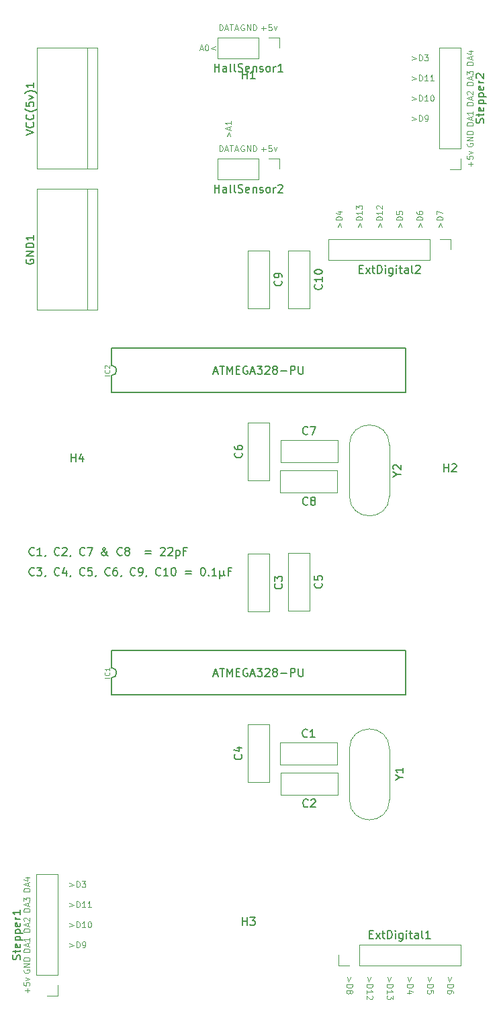
<source format=gbr>
G04 #@! TF.GenerationSoftware,KiCad,Pcbnew,(5.1.2)-1*
G04 #@! TF.CreationDate,2019-05-15T23:48:02+02:00*
G04 #@! TF.ProjectId,ADClock,4144436c-6f63-46b2-9e6b-696361645f70,rev?*
G04 #@! TF.SameCoordinates,Original*
G04 #@! TF.FileFunction,Legend,Top*
G04 #@! TF.FilePolarity,Positive*
%FSLAX46Y46*%
G04 Gerber Fmt 4.6, Leading zero omitted, Abs format (unit mm)*
G04 Created by KiCad (PCBNEW (5.1.2)-1) date 2019-05-15 23:48:02*
%MOMM*%
%LPD*%
G04 APERTURE LIST*
%ADD10C,0.100000*%
%ADD11C,0.150000*%
%ADD12C,0.120000*%
%ADD13C,0.127000*%
%ADD14C,0.050000*%
G04 APERTURE END LIST*
D10*
X184310714Y-146293571D02*
X184096428Y-146865000D01*
X183882142Y-146293571D01*
X183810714Y-147222142D02*
X184560714Y-147222142D01*
X184560714Y-147400714D01*
X184525000Y-147507857D01*
X184453571Y-147579285D01*
X184382142Y-147615000D01*
X184239285Y-147650714D01*
X184132142Y-147650714D01*
X183989285Y-147615000D01*
X183917857Y-147579285D01*
X183846428Y-147507857D01*
X183810714Y-147400714D01*
X183810714Y-147222142D01*
X184560714Y-148293571D02*
X184560714Y-148150714D01*
X184525000Y-148079285D01*
X184489285Y-148043571D01*
X184382142Y-147972142D01*
X184239285Y-147936428D01*
X183953571Y-147936428D01*
X183882142Y-147972142D01*
X183846428Y-148007857D01*
X183810714Y-148079285D01*
X183810714Y-148222142D01*
X183846428Y-148293571D01*
X183882142Y-148329285D01*
X183953571Y-148365000D01*
X184132142Y-148365000D01*
X184203571Y-148329285D01*
X184239285Y-148293571D01*
X184275000Y-148222142D01*
X184275000Y-148079285D01*
X184239285Y-148007857D01*
X184203571Y-147972142D01*
X184132142Y-147936428D01*
X181770714Y-146293571D02*
X181556428Y-146865000D01*
X181342142Y-146293571D01*
X181270714Y-147222142D02*
X182020714Y-147222142D01*
X182020714Y-147400714D01*
X181985000Y-147507857D01*
X181913571Y-147579285D01*
X181842142Y-147615000D01*
X181699285Y-147650714D01*
X181592142Y-147650714D01*
X181449285Y-147615000D01*
X181377857Y-147579285D01*
X181306428Y-147507857D01*
X181270714Y-147400714D01*
X181270714Y-147222142D01*
X182020714Y-148329285D02*
X182020714Y-147972142D01*
X181663571Y-147936428D01*
X181699285Y-147972142D01*
X181735000Y-148043571D01*
X181735000Y-148222142D01*
X181699285Y-148293571D01*
X181663571Y-148329285D01*
X181592142Y-148365000D01*
X181413571Y-148365000D01*
X181342142Y-148329285D01*
X181306428Y-148293571D01*
X181270714Y-148222142D01*
X181270714Y-148043571D01*
X181306428Y-147972142D01*
X181342142Y-147936428D01*
X179230714Y-146293571D02*
X179016428Y-146865000D01*
X178802142Y-146293571D01*
X178730714Y-147222142D02*
X179480714Y-147222142D01*
X179480714Y-147400714D01*
X179445000Y-147507857D01*
X179373571Y-147579285D01*
X179302142Y-147615000D01*
X179159285Y-147650714D01*
X179052142Y-147650714D01*
X178909285Y-147615000D01*
X178837857Y-147579285D01*
X178766428Y-147507857D01*
X178730714Y-147400714D01*
X178730714Y-147222142D01*
X179230714Y-148293571D02*
X178730714Y-148293571D01*
X179516428Y-148115000D02*
X178980714Y-147936428D01*
X178980714Y-148400714D01*
X176690714Y-146293571D02*
X176476428Y-146865000D01*
X176262142Y-146293571D01*
X176190714Y-147222142D02*
X176940714Y-147222142D01*
X176940714Y-147400714D01*
X176905000Y-147507857D01*
X176833571Y-147579285D01*
X176762142Y-147615000D01*
X176619285Y-147650714D01*
X176512142Y-147650714D01*
X176369285Y-147615000D01*
X176297857Y-147579285D01*
X176226428Y-147507857D01*
X176190714Y-147400714D01*
X176190714Y-147222142D01*
X176190714Y-148365000D02*
X176190714Y-147936428D01*
X176190714Y-148150714D02*
X176940714Y-148150714D01*
X176833571Y-148079285D01*
X176762142Y-148007857D01*
X176726428Y-147936428D01*
X176940714Y-148615000D02*
X176940714Y-149079285D01*
X176655000Y-148829285D01*
X176655000Y-148936428D01*
X176619285Y-149007857D01*
X176583571Y-149043571D01*
X176512142Y-149079285D01*
X176333571Y-149079285D01*
X176262142Y-149043571D01*
X176226428Y-149007857D01*
X176190714Y-148936428D01*
X176190714Y-148722142D01*
X176226428Y-148650714D01*
X176262142Y-148615000D01*
X174150714Y-146293571D02*
X173936428Y-146865000D01*
X173722142Y-146293571D01*
X173650714Y-147222142D02*
X174400714Y-147222142D01*
X174400714Y-147400714D01*
X174365000Y-147507857D01*
X174293571Y-147579285D01*
X174222142Y-147615000D01*
X174079285Y-147650714D01*
X173972142Y-147650714D01*
X173829285Y-147615000D01*
X173757857Y-147579285D01*
X173686428Y-147507857D01*
X173650714Y-147400714D01*
X173650714Y-147222142D01*
X173650714Y-148365000D02*
X173650714Y-147936428D01*
X173650714Y-148150714D02*
X174400714Y-148150714D01*
X174293571Y-148079285D01*
X174222142Y-148007857D01*
X174186428Y-147936428D01*
X174329285Y-148650714D02*
X174365000Y-148686428D01*
X174400714Y-148757857D01*
X174400714Y-148936428D01*
X174365000Y-149007857D01*
X174329285Y-149043571D01*
X174257857Y-149079285D01*
X174186428Y-149079285D01*
X174079285Y-149043571D01*
X173650714Y-148615000D01*
X173650714Y-149079285D01*
X171610714Y-146293571D02*
X171396428Y-146865000D01*
X171182142Y-146293571D01*
X171110714Y-147222142D02*
X171860714Y-147222142D01*
X171860714Y-147400714D01*
X171825000Y-147507857D01*
X171753571Y-147579285D01*
X171682142Y-147615000D01*
X171539285Y-147650714D01*
X171432142Y-147650714D01*
X171289285Y-147615000D01*
X171217857Y-147579285D01*
X171146428Y-147507857D01*
X171110714Y-147400714D01*
X171110714Y-147222142D01*
X171539285Y-148079285D02*
X171575000Y-148007857D01*
X171610714Y-147972142D01*
X171682142Y-147936428D01*
X171717857Y-147936428D01*
X171789285Y-147972142D01*
X171825000Y-148007857D01*
X171860714Y-148079285D01*
X171860714Y-148222142D01*
X171825000Y-148293571D01*
X171789285Y-148329285D01*
X171717857Y-148365000D01*
X171682142Y-148365000D01*
X171610714Y-148329285D01*
X171575000Y-148293571D01*
X171539285Y-148222142D01*
X171539285Y-148079285D01*
X171503571Y-148007857D01*
X171467857Y-147972142D01*
X171396428Y-147936428D01*
X171253571Y-147936428D01*
X171182142Y-147972142D01*
X171146428Y-148007857D01*
X171110714Y-148079285D01*
X171110714Y-148222142D01*
X171146428Y-148293571D01*
X171182142Y-148329285D01*
X171253571Y-148365000D01*
X171396428Y-148365000D01*
X171467857Y-148329285D01*
X171503571Y-148293571D01*
X171539285Y-148222142D01*
X136133571Y-142079285D02*
X136705000Y-142293571D01*
X136133571Y-142507857D01*
X137062142Y-142579285D02*
X137062142Y-141829285D01*
X137240714Y-141829285D01*
X137347857Y-141865000D01*
X137419285Y-141936428D01*
X137455000Y-142007857D01*
X137490714Y-142150714D01*
X137490714Y-142257857D01*
X137455000Y-142400714D01*
X137419285Y-142472142D01*
X137347857Y-142543571D01*
X137240714Y-142579285D01*
X137062142Y-142579285D01*
X137847857Y-142579285D02*
X137990714Y-142579285D01*
X138062142Y-142543571D01*
X138097857Y-142507857D01*
X138169285Y-142400714D01*
X138205000Y-142257857D01*
X138205000Y-141972142D01*
X138169285Y-141900714D01*
X138133571Y-141865000D01*
X138062142Y-141829285D01*
X137919285Y-141829285D01*
X137847857Y-141865000D01*
X137812142Y-141900714D01*
X137776428Y-141972142D01*
X137776428Y-142150714D01*
X137812142Y-142222142D01*
X137847857Y-142257857D01*
X137919285Y-142293571D01*
X138062142Y-142293571D01*
X138133571Y-142257857D01*
X138169285Y-142222142D01*
X138205000Y-142150714D01*
X136133571Y-139539285D02*
X136705000Y-139753571D01*
X136133571Y-139967857D01*
X137062142Y-140039285D02*
X137062142Y-139289285D01*
X137240714Y-139289285D01*
X137347857Y-139325000D01*
X137419285Y-139396428D01*
X137455000Y-139467857D01*
X137490714Y-139610714D01*
X137490714Y-139717857D01*
X137455000Y-139860714D01*
X137419285Y-139932142D01*
X137347857Y-140003571D01*
X137240714Y-140039285D01*
X137062142Y-140039285D01*
X138205000Y-140039285D02*
X137776428Y-140039285D01*
X137990714Y-140039285D02*
X137990714Y-139289285D01*
X137919285Y-139396428D01*
X137847857Y-139467857D01*
X137776428Y-139503571D01*
X138669285Y-139289285D02*
X138740714Y-139289285D01*
X138812142Y-139325000D01*
X138847857Y-139360714D01*
X138883571Y-139432142D01*
X138919285Y-139575000D01*
X138919285Y-139753571D01*
X138883571Y-139896428D01*
X138847857Y-139967857D01*
X138812142Y-140003571D01*
X138740714Y-140039285D01*
X138669285Y-140039285D01*
X138597857Y-140003571D01*
X138562142Y-139967857D01*
X138526428Y-139896428D01*
X138490714Y-139753571D01*
X138490714Y-139575000D01*
X138526428Y-139432142D01*
X138562142Y-139360714D01*
X138597857Y-139325000D01*
X138669285Y-139289285D01*
X136133571Y-136999285D02*
X136705000Y-137213571D01*
X136133571Y-137427857D01*
X137062142Y-137499285D02*
X137062142Y-136749285D01*
X137240714Y-136749285D01*
X137347857Y-136785000D01*
X137419285Y-136856428D01*
X137455000Y-136927857D01*
X137490714Y-137070714D01*
X137490714Y-137177857D01*
X137455000Y-137320714D01*
X137419285Y-137392142D01*
X137347857Y-137463571D01*
X137240714Y-137499285D01*
X137062142Y-137499285D01*
X138205000Y-137499285D02*
X137776428Y-137499285D01*
X137990714Y-137499285D02*
X137990714Y-136749285D01*
X137919285Y-136856428D01*
X137847857Y-136927857D01*
X137776428Y-136963571D01*
X138919285Y-137499285D02*
X138490714Y-137499285D01*
X138705000Y-137499285D02*
X138705000Y-136749285D01*
X138633571Y-136856428D01*
X138562142Y-136927857D01*
X138490714Y-136963571D01*
X136133571Y-134459285D02*
X136705000Y-134673571D01*
X136133571Y-134887857D01*
X137062142Y-134959285D02*
X137062142Y-134209285D01*
X137240714Y-134209285D01*
X137347857Y-134245000D01*
X137419285Y-134316428D01*
X137455000Y-134387857D01*
X137490714Y-134530714D01*
X137490714Y-134637857D01*
X137455000Y-134780714D01*
X137419285Y-134852142D01*
X137347857Y-134923571D01*
X137240714Y-134959285D01*
X137062142Y-134959285D01*
X137740714Y-134209285D02*
X138205000Y-134209285D01*
X137955000Y-134495000D01*
X138062142Y-134495000D01*
X138133571Y-134530714D01*
X138169285Y-134566428D01*
X138205000Y-134637857D01*
X138205000Y-134816428D01*
X138169285Y-134887857D01*
X138133571Y-134923571D01*
X138062142Y-134959285D01*
X137847857Y-134959285D01*
X137776428Y-134923571D01*
X137740714Y-134887857D01*
X152607857Y-29335000D02*
X152965000Y-29335000D01*
X152536428Y-29549285D02*
X152786428Y-28799285D01*
X153036428Y-29549285D01*
X153429285Y-28799285D02*
X153500714Y-28799285D01*
X153572142Y-28835000D01*
X153607857Y-28870714D01*
X153643571Y-28942142D01*
X153679285Y-29085000D01*
X153679285Y-29263571D01*
X153643571Y-29406428D01*
X153607857Y-29477857D01*
X153572142Y-29513571D01*
X153500714Y-29549285D01*
X153429285Y-29549285D01*
X153357857Y-29513571D01*
X153322142Y-29477857D01*
X153286428Y-29406428D01*
X153250714Y-29263571D01*
X153250714Y-29085000D01*
X153286428Y-28942142D01*
X153322142Y-28870714D01*
X153357857Y-28835000D01*
X153429285Y-28799285D01*
X154572142Y-29049285D02*
X154000714Y-29263571D01*
X154572142Y-29477857D01*
X156049285Y-40396428D02*
X156263571Y-39825000D01*
X156477857Y-40396428D01*
X156335000Y-39503571D02*
X156335000Y-39146428D01*
X156549285Y-39575000D02*
X155799285Y-39325000D01*
X156549285Y-39075000D01*
X156549285Y-38432142D02*
X156549285Y-38860714D01*
X156549285Y-38646428D02*
X155799285Y-38646428D01*
X155906428Y-38717857D01*
X155977857Y-38789285D01*
X156013571Y-38860714D01*
X179313571Y-37939285D02*
X179885000Y-38153571D01*
X179313571Y-38367857D01*
X180242142Y-38439285D02*
X180242142Y-37689285D01*
X180420714Y-37689285D01*
X180527857Y-37725000D01*
X180599285Y-37796428D01*
X180635000Y-37867857D01*
X180670714Y-38010714D01*
X180670714Y-38117857D01*
X180635000Y-38260714D01*
X180599285Y-38332142D01*
X180527857Y-38403571D01*
X180420714Y-38439285D01*
X180242142Y-38439285D01*
X181027857Y-38439285D02*
X181170714Y-38439285D01*
X181242142Y-38403571D01*
X181277857Y-38367857D01*
X181349285Y-38260714D01*
X181385000Y-38117857D01*
X181385000Y-37832142D01*
X181349285Y-37760714D01*
X181313571Y-37725000D01*
X181242142Y-37689285D01*
X181099285Y-37689285D01*
X181027857Y-37725000D01*
X180992142Y-37760714D01*
X180956428Y-37832142D01*
X180956428Y-38010714D01*
X180992142Y-38082142D01*
X181027857Y-38117857D01*
X181099285Y-38153571D01*
X181242142Y-38153571D01*
X181313571Y-38117857D01*
X181349285Y-38082142D01*
X181385000Y-38010714D01*
X179313571Y-35399285D02*
X179885000Y-35613571D01*
X179313571Y-35827857D01*
X180242142Y-35899285D02*
X180242142Y-35149285D01*
X180420714Y-35149285D01*
X180527857Y-35185000D01*
X180599285Y-35256428D01*
X180635000Y-35327857D01*
X180670714Y-35470714D01*
X180670714Y-35577857D01*
X180635000Y-35720714D01*
X180599285Y-35792142D01*
X180527857Y-35863571D01*
X180420714Y-35899285D01*
X180242142Y-35899285D01*
X181385000Y-35899285D02*
X180956428Y-35899285D01*
X181170714Y-35899285D02*
X181170714Y-35149285D01*
X181099285Y-35256428D01*
X181027857Y-35327857D01*
X180956428Y-35363571D01*
X181849285Y-35149285D02*
X181920714Y-35149285D01*
X181992142Y-35185000D01*
X182027857Y-35220714D01*
X182063571Y-35292142D01*
X182099285Y-35435000D01*
X182099285Y-35613571D01*
X182063571Y-35756428D01*
X182027857Y-35827857D01*
X181992142Y-35863571D01*
X181920714Y-35899285D01*
X181849285Y-35899285D01*
X181777857Y-35863571D01*
X181742142Y-35827857D01*
X181706428Y-35756428D01*
X181670714Y-35613571D01*
X181670714Y-35435000D01*
X181706428Y-35292142D01*
X181742142Y-35220714D01*
X181777857Y-35185000D01*
X181849285Y-35149285D01*
X179313571Y-32859285D02*
X179885000Y-33073571D01*
X179313571Y-33287857D01*
X180242142Y-33359285D02*
X180242142Y-32609285D01*
X180420714Y-32609285D01*
X180527857Y-32645000D01*
X180599285Y-32716428D01*
X180635000Y-32787857D01*
X180670714Y-32930714D01*
X180670714Y-33037857D01*
X180635000Y-33180714D01*
X180599285Y-33252142D01*
X180527857Y-33323571D01*
X180420714Y-33359285D01*
X180242142Y-33359285D01*
X181385000Y-33359285D02*
X180956428Y-33359285D01*
X181170714Y-33359285D02*
X181170714Y-32609285D01*
X181099285Y-32716428D01*
X181027857Y-32787857D01*
X180956428Y-32823571D01*
X182099285Y-33359285D02*
X181670714Y-33359285D01*
X181885000Y-33359285D02*
X181885000Y-32609285D01*
X181813571Y-32716428D01*
X181742142Y-32787857D01*
X181670714Y-32823571D01*
X179313571Y-30319285D02*
X179885000Y-30533571D01*
X179313571Y-30747857D01*
X180242142Y-30819285D02*
X180242142Y-30069285D01*
X180420714Y-30069285D01*
X180527857Y-30105000D01*
X180599285Y-30176428D01*
X180635000Y-30247857D01*
X180670714Y-30390714D01*
X180670714Y-30497857D01*
X180635000Y-30640714D01*
X180599285Y-30712142D01*
X180527857Y-30783571D01*
X180420714Y-30819285D01*
X180242142Y-30819285D01*
X180920714Y-30069285D02*
X181385000Y-30069285D01*
X181135000Y-30355000D01*
X181242142Y-30355000D01*
X181313571Y-30390714D01*
X181349285Y-30426428D01*
X181385000Y-30497857D01*
X181385000Y-30676428D01*
X181349285Y-30747857D01*
X181313571Y-30783571D01*
X181242142Y-30819285D01*
X181027857Y-30819285D01*
X180956428Y-30783571D01*
X180920714Y-30747857D01*
X182719285Y-51826428D02*
X182933571Y-51255000D01*
X183147857Y-51826428D01*
X183219285Y-50897857D02*
X182469285Y-50897857D01*
X182469285Y-50719285D01*
X182505000Y-50612142D01*
X182576428Y-50540714D01*
X182647857Y-50505000D01*
X182790714Y-50469285D01*
X182897857Y-50469285D01*
X183040714Y-50505000D01*
X183112142Y-50540714D01*
X183183571Y-50612142D01*
X183219285Y-50719285D01*
X183219285Y-50897857D01*
X182469285Y-50219285D02*
X182469285Y-49719285D01*
X183219285Y-50040714D01*
X180179285Y-51826428D02*
X180393571Y-51255000D01*
X180607857Y-51826428D01*
X180679285Y-50897857D02*
X179929285Y-50897857D01*
X179929285Y-50719285D01*
X179965000Y-50612142D01*
X180036428Y-50540714D01*
X180107857Y-50505000D01*
X180250714Y-50469285D01*
X180357857Y-50469285D01*
X180500714Y-50505000D01*
X180572142Y-50540714D01*
X180643571Y-50612142D01*
X180679285Y-50719285D01*
X180679285Y-50897857D01*
X179929285Y-49826428D02*
X179929285Y-49969285D01*
X179965000Y-50040714D01*
X180000714Y-50076428D01*
X180107857Y-50147857D01*
X180250714Y-50183571D01*
X180536428Y-50183571D01*
X180607857Y-50147857D01*
X180643571Y-50112142D01*
X180679285Y-50040714D01*
X180679285Y-49897857D01*
X180643571Y-49826428D01*
X180607857Y-49790714D01*
X180536428Y-49755000D01*
X180357857Y-49755000D01*
X180286428Y-49790714D01*
X180250714Y-49826428D01*
X180215000Y-49897857D01*
X180215000Y-50040714D01*
X180250714Y-50112142D01*
X180286428Y-50147857D01*
X180357857Y-50183571D01*
X177639285Y-51826428D02*
X177853571Y-51255000D01*
X178067857Y-51826428D01*
X178139285Y-50897857D02*
X177389285Y-50897857D01*
X177389285Y-50719285D01*
X177425000Y-50612142D01*
X177496428Y-50540714D01*
X177567857Y-50505000D01*
X177710714Y-50469285D01*
X177817857Y-50469285D01*
X177960714Y-50505000D01*
X178032142Y-50540714D01*
X178103571Y-50612142D01*
X178139285Y-50719285D01*
X178139285Y-50897857D01*
X177389285Y-49790714D02*
X177389285Y-50147857D01*
X177746428Y-50183571D01*
X177710714Y-50147857D01*
X177675000Y-50076428D01*
X177675000Y-49897857D01*
X177710714Y-49826428D01*
X177746428Y-49790714D01*
X177817857Y-49755000D01*
X177996428Y-49755000D01*
X178067857Y-49790714D01*
X178103571Y-49826428D01*
X178139285Y-49897857D01*
X178139285Y-50076428D01*
X178103571Y-50147857D01*
X178067857Y-50183571D01*
X175099285Y-51826428D02*
X175313571Y-51255000D01*
X175527857Y-51826428D01*
X175599285Y-50897857D02*
X174849285Y-50897857D01*
X174849285Y-50719285D01*
X174885000Y-50612142D01*
X174956428Y-50540714D01*
X175027857Y-50505000D01*
X175170714Y-50469285D01*
X175277857Y-50469285D01*
X175420714Y-50505000D01*
X175492142Y-50540714D01*
X175563571Y-50612142D01*
X175599285Y-50719285D01*
X175599285Y-50897857D01*
X175599285Y-49755000D02*
X175599285Y-50183571D01*
X175599285Y-49969285D02*
X174849285Y-49969285D01*
X174956428Y-50040714D01*
X175027857Y-50112142D01*
X175063571Y-50183571D01*
X174920714Y-49469285D02*
X174885000Y-49433571D01*
X174849285Y-49362142D01*
X174849285Y-49183571D01*
X174885000Y-49112142D01*
X174920714Y-49076428D01*
X174992142Y-49040714D01*
X175063571Y-49040714D01*
X175170714Y-49076428D01*
X175599285Y-49505000D01*
X175599285Y-49040714D01*
X172559285Y-51826428D02*
X172773571Y-51255000D01*
X172987857Y-51826428D01*
X173059285Y-50897857D02*
X172309285Y-50897857D01*
X172309285Y-50719285D01*
X172345000Y-50612142D01*
X172416428Y-50540714D01*
X172487857Y-50505000D01*
X172630714Y-50469285D01*
X172737857Y-50469285D01*
X172880714Y-50505000D01*
X172952142Y-50540714D01*
X173023571Y-50612142D01*
X173059285Y-50719285D01*
X173059285Y-50897857D01*
X173059285Y-49755000D02*
X173059285Y-50183571D01*
X173059285Y-49969285D02*
X172309285Y-49969285D01*
X172416428Y-50040714D01*
X172487857Y-50112142D01*
X172523571Y-50183571D01*
X172309285Y-49505000D02*
X172309285Y-49040714D01*
X172595000Y-49290714D01*
X172595000Y-49183571D01*
X172630714Y-49112142D01*
X172666428Y-49076428D01*
X172737857Y-49040714D01*
X172916428Y-49040714D01*
X172987857Y-49076428D01*
X173023571Y-49112142D01*
X173059285Y-49183571D01*
X173059285Y-49397857D01*
X173023571Y-49469285D01*
X172987857Y-49505000D01*
X170019285Y-51826428D02*
X170233571Y-51255000D01*
X170447857Y-51826428D01*
X170519285Y-50897857D02*
X169769285Y-50897857D01*
X169769285Y-50719285D01*
X169805000Y-50612142D01*
X169876428Y-50540714D01*
X169947857Y-50505000D01*
X170090714Y-50469285D01*
X170197857Y-50469285D01*
X170340714Y-50505000D01*
X170412142Y-50540714D01*
X170483571Y-50612142D01*
X170519285Y-50719285D01*
X170519285Y-50897857D01*
X170019285Y-49826428D02*
X170519285Y-49826428D01*
X169733571Y-50005000D02*
X170269285Y-50183571D01*
X170269285Y-49719285D01*
X131149285Y-143115000D02*
X130399285Y-143115000D01*
X130399285Y-142936428D01*
X130435000Y-142829285D01*
X130506428Y-142757857D01*
X130577857Y-142722142D01*
X130720714Y-142686428D01*
X130827857Y-142686428D01*
X130970714Y-142722142D01*
X131042142Y-142757857D01*
X131113571Y-142829285D01*
X131149285Y-142936428D01*
X131149285Y-143115000D01*
X130935000Y-142400714D02*
X130935000Y-142043571D01*
X131149285Y-142472142D02*
X130399285Y-142222142D01*
X131149285Y-141972142D01*
X131149285Y-141329285D02*
X131149285Y-141757857D01*
X131149285Y-141543571D02*
X130399285Y-141543571D01*
X130506428Y-141615000D01*
X130577857Y-141686428D01*
X130613571Y-141757857D01*
X130435000Y-145351428D02*
X130399285Y-145422857D01*
X130399285Y-145530000D01*
X130435000Y-145637142D01*
X130506428Y-145708571D01*
X130577857Y-145744285D01*
X130720714Y-145780000D01*
X130827857Y-145780000D01*
X130970714Y-145744285D01*
X131042142Y-145708571D01*
X131113571Y-145637142D01*
X131149285Y-145530000D01*
X131149285Y-145458571D01*
X131113571Y-145351428D01*
X131077857Y-145315714D01*
X130827857Y-145315714D01*
X130827857Y-145458571D01*
X131149285Y-144994285D02*
X130399285Y-144994285D01*
X131149285Y-144565714D01*
X130399285Y-144565714D01*
X131149285Y-144208571D02*
X130399285Y-144208571D01*
X130399285Y-144030000D01*
X130435000Y-143922857D01*
X130506428Y-143851428D01*
X130577857Y-143815714D01*
X130720714Y-143780000D01*
X130827857Y-143780000D01*
X130970714Y-143815714D01*
X131042142Y-143851428D01*
X131113571Y-143922857D01*
X131149285Y-144030000D01*
X131149285Y-144208571D01*
X130863571Y-148248571D02*
X130863571Y-147677142D01*
X131149285Y-147962857D02*
X130577857Y-147962857D01*
X130399285Y-146962857D02*
X130399285Y-147320000D01*
X130756428Y-147355714D01*
X130720714Y-147320000D01*
X130685000Y-147248571D01*
X130685000Y-147070000D01*
X130720714Y-146998571D01*
X130756428Y-146962857D01*
X130827857Y-146927142D01*
X131006428Y-146927142D01*
X131077857Y-146962857D01*
X131113571Y-146998571D01*
X131149285Y-147070000D01*
X131149285Y-147248571D01*
X131113571Y-147320000D01*
X131077857Y-147355714D01*
X130649285Y-146677142D02*
X131149285Y-146498571D01*
X130649285Y-146320000D01*
X131149285Y-135495000D02*
X130399285Y-135495000D01*
X130399285Y-135316428D01*
X130435000Y-135209285D01*
X130506428Y-135137857D01*
X130577857Y-135102142D01*
X130720714Y-135066428D01*
X130827857Y-135066428D01*
X130970714Y-135102142D01*
X131042142Y-135137857D01*
X131113571Y-135209285D01*
X131149285Y-135316428D01*
X131149285Y-135495000D01*
X130935000Y-134780714D02*
X130935000Y-134423571D01*
X131149285Y-134852142D02*
X130399285Y-134602142D01*
X131149285Y-134352142D01*
X130649285Y-133780714D02*
X131149285Y-133780714D01*
X130363571Y-133959285D02*
X130899285Y-134137857D01*
X130899285Y-133673571D01*
X131149285Y-138035000D02*
X130399285Y-138035000D01*
X130399285Y-137856428D01*
X130435000Y-137749285D01*
X130506428Y-137677857D01*
X130577857Y-137642142D01*
X130720714Y-137606428D01*
X130827857Y-137606428D01*
X130970714Y-137642142D01*
X131042142Y-137677857D01*
X131113571Y-137749285D01*
X131149285Y-137856428D01*
X131149285Y-138035000D01*
X130935000Y-137320714D02*
X130935000Y-136963571D01*
X131149285Y-137392142D02*
X130399285Y-137142142D01*
X131149285Y-136892142D01*
X130399285Y-136713571D02*
X130399285Y-136249285D01*
X130685000Y-136499285D01*
X130685000Y-136392142D01*
X130720714Y-136320714D01*
X130756428Y-136285000D01*
X130827857Y-136249285D01*
X131006428Y-136249285D01*
X131077857Y-136285000D01*
X131113571Y-136320714D01*
X131149285Y-136392142D01*
X131149285Y-136606428D01*
X131113571Y-136677857D01*
X131077857Y-136713571D01*
X131149285Y-140575000D02*
X130399285Y-140575000D01*
X130399285Y-140396428D01*
X130435000Y-140289285D01*
X130506428Y-140217857D01*
X130577857Y-140182142D01*
X130720714Y-140146428D01*
X130827857Y-140146428D01*
X130970714Y-140182142D01*
X131042142Y-140217857D01*
X131113571Y-140289285D01*
X131149285Y-140396428D01*
X131149285Y-140575000D01*
X130935000Y-139860714D02*
X130935000Y-139503571D01*
X131149285Y-139932142D02*
X130399285Y-139682142D01*
X131149285Y-139432142D01*
X130470714Y-139217857D02*
X130435000Y-139182142D01*
X130399285Y-139110714D01*
X130399285Y-138932142D01*
X130435000Y-138860714D01*
X130470714Y-138825000D01*
X130542142Y-138789285D01*
X130613571Y-138789285D01*
X130720714Y-138825000D01*
X131149285Y-139253571D01*
X131149285Y-138789285D01*
X187029285Y-38975000D02*
X186279285Y-38975000D01*
X186279285Y-38796428D01*
X186315000Y-38689285D01*
X186386428Y-38617857D01*
X186457857Y-38582142D01*
X186600714Y-38546428D01*
X186707857Y-38546428D01*
X186850714Y-38582142D01*
X186922142Y-38617857D01*
X186993571Y-38689285D01*
X187029285Y-38796428D01*
X187029285Y-38975000D01*
X186815000Y-38260714D02*
X186815000Y-37903571D01*
X187029285Y-38332142D02*
X186279285Y-38082142D01*
X187029285Y-37832142D01*
X187029285Y-37189285D02*
X187029285Y-37617857D01*
X187029285Y-37403571D02*
X186279285Y-37403571D01*
X186386428Y-37475000D01*
X186457857Y-37546428D01*
X186493571Y-37617857D01*
X186315000Y-41211428D02*
X186279285Y-41282857D01*
X186279285Y-41390000D01*
X186315000Y-41497142D01*
X186386428Y-41568571D01*
X186457857Y-41604285D01*
X186600714Y-41640000D01*
X186707857Y-41640000D01*
X186850714Y-41604285D01*
X186922142Y-41568571D01*
X186993571Y-41497142D01*
X187029285Y-41390000D01*
X187029285Y-41318571D01*
X186993571Y-41211428D01*
X186957857Y-41175714D01*
X186707857Y-41175714D01*
X186707857Y-41318571D01*
X187029285Y-40854285D02*
X186279285Y-40854285D01*
X187029285Y-40425714D01*
X186279285Y-40425714D01*
X187029285Y-40068571D02*
X186279285Y-40068571D01*
X186279285Y-39890000D01*
X186315000Y-39782857D01*
X186386428Y-39711428D01*
X186457857Y-39675714D01*
X186600714Y-39640000D01*
X186707857Y-39640000D01*
X186850714Y-39675714D01*
X186922142Y-39711428D01*
X186993571Y-39782857D01*
X187029285Y-39890000D01*
X187029285Y-40068571D01*
X186743571Y-44108571D02*
X186743571Y-43537142D01*
X187029285Y-43822857D02*
X186457857Y-43822857D01*
X186279285Y-42822857D02*
X186279285Y-43180000D01*
X186636428Y-43215714D01*
X186600714Y-43180000D01*
X186565000Y-43108571D01*
X186565000Y-42930000D01*
X186600714Y-42858571D01*
X186636428Y-42822857D01*
X186707857Y-42787142D01*
X186886428Y-42787142D01*
X186957857Y-42822857D01*
X186993571Y-42858571D01*
X187029285Y-42930000D01*
X187029285Y-43108571D01*
X186993571Y-43180000D01*
X186957857Y-43215714D01*
X186529285Y-42537142D02*
X187029285Y-42358571D01*
X186529285Y-42180000D01*
X187029285Y-31355000D02*
X186279285Y-31355000D01*
X186279285Y-31176428D01*
X186315000Y-31069285D01*
X186386428Y-30997857D01*
X186457857Y-30962142D01*
X186600714Y-30926428D01*
X186707857Y-30926428D01*
X186850714Y-30962142D01*
X186922142Y-30997857D01*
X186993571Y-31069285D01*
X187029285Y-31176428D01*
X187029285Y-31355000D01*
X186815000Y-30640714D02*
X186815000Y-30283571D01*
X187029285Y-30712142D02*
X186279285Y-30462142D01*
X187029285Y-30212142D01*
X186529285Y-29640714D02*
X187029285Y-29640714D01*
X186243571Y-29819285D02*
X186779285Y-29997857D01*
X186779285Y-29533571D01*
X187029285Y-33895000D02*
X186279285Y-33895000D01*
X186279285Y-33716428D01*
X186315000Y-33609285D01*
X186386428Y-33537857D01*
X186457857Y-33502142D01*
X186600714Y-33466428D01*
X186707857Y-33466428D01*
X186850714Y-33502142D01*
X186922142Y-33537857D01*
X186993571Y-33609285D01*
X187029285Y-33716428D01*
X187029285Y-33895000D01*
X186815000Y-33180714D02*
X186815000Y-32823571D01*
X187029285Y-33252142D02*
X186279285Y-33002142D01*
X187029285Y-32752142D01*
X186279285Y-32573571D02*
X186279285Y-32109285D01*
X186565000Y-32359285D01*
X186565000Y-32252142D01*
X186600714Y-32180714D01*
X186636428Y-32145000D01*
X186707857Y-32109285D01*
X186886428Y-32109285D01*
X186957857Y-32145000D01*
X186993571Y-32180714D01*
X187029285Y-32252142D01*
X187029285Y-32466428D01*
X186993571Y-32537857D01*
X186957857Y-32573571D01*
X187029285Y-36435000D02*
X186279285Y-36435000D01*
X186279285Y-36256428D01*
X186315000Y-36149285D01*
X186386428Y-36077857D01*
X186457857Y-36042142D01*
X186600714Y-36006428D01*
X186707857Y-36006428D01*
X186850714Y-36042142D01*
X186922142Y-36077857D01*
X186993571Y-36149285D01*
X187029285Y-36256428D01*
X187029285Y-36435000D01*
X186815000Y-35720714D02*
X186815000Y-35363571D01*
X187029285Y-35792142D02*
X186279285Y-35542142D01*
X187029285Y-35292142D01*
X186350714Y-35077857D02*
X186315000Y-35042142D01*
X186279285Y-34970714D01*
X186279285Y-34792142D01*
X186315000Y-34720714D01*
X186350714Y-34685000D01*
X186422142Y-34649285D01*
X186493571Y-34649285D01*
X186600714Y-34685000D01*
X187029285Y-35113571D01*
X187029285Y-34649285D01*
X155085000Y-42249285D02*
X155085000Y-41499285D01*
X155263571Y-41499285D01*
X155370714Y-41535000D01*
X155442142Y-41606428D01*
X155477857Y-41677857D01*
X155513571Y-41820714D01*
X155513571Y-41927857D01*
X155477857Y-42070714D01*
X155442142Y-42142142D01*
X155370714Y-42213571D01*
X155263571Y-42249285D01*
X155085000Y-42249285D01*
X155799285Y-42035000D02*
X156156428Y-42035000D01*
X155727857Y-42249285D02*
X155977857Y-41499285D01*
X156227857Y-42249285D01*
X156370714Y-41499285D02*
X156799285Y-41499285D01*
X156585000Y-42249285D02*
X156585000Y-41499285D01*
X157013571Y-42035000D02*
X157370714Y-42035000D01*
X156942142Y-42249285D02*
X157192142Y-41499285D01*
X157442142Y-42249285D01*
X158178571Y-41535000D02*
X158107142Y-41499285D01*
X158000000Y-41499285D01*
X157892857Y-41535000D01*
X157821428Y-41606428D01*
X157785714Y-41677857D01*
X157750000Y-41820714D01*
X157750000Y-41927857D01*
X157785714Y-42070714D01*
X157821428Y-42142142D01*
X157892857Y-42213571D01*
X158000000Y-42249285D01*
X158071428Y-42249285D01*
X158178571Y-42213571D01*
X158214285Y-42177857D01*
X158214285Y-41927857D01*
X158071428Y-41927857D01*
X158535714Y-42249285D02*
X158535714Y-41499285D01*
X158964285Y-42249285D01*
X158964285Y-41499285D01*
X159321428Y-42249285D02*
X159321428Y-41499285D01*
X159500000Y-41499285D01*
X159607142Y-41535000D01*
X159678571Y-41606428D01*
X159714285Y-41677857D01*
X159750000Y-41820714D01*
X159750000Y-41927857D01*
X159714285Y-42070714D01*
X159678571Y-42142142D01*
X159607142Y-42213571D01*
X159500000Y-42249285D01*
X159321428Y-42249285D01*
X160361428Y-41963571D02*
X160932857Y-41963571D01*
X160647142Y-42249285D02*
X160647142Y-41677857D01*
X161647142Y-41499285D02*
X161290000Y-41499285D01*
X161254285Y-41856428D01*
X161290000Y-41820714D01*
X161361428Y-41785000D01*
X161540000Y-41785000D01*
X161611428Y-41820714D01*
X161647142Y-41856428D01*
X161682857Y-41927857D01*
X161682857Y-42106428D01*
X161647142Y-42177857D01*
X161611428Y-42213571D01*
X161540000Y-42249285D01*
X161361428Y-42249285D01*
X161290000Y-42213571D01*
X161254285Y-42177857D01*
X161932857Y-41749285D02*
X162111428Y-42249285D01*
X162290000Y-41749285D01*
X155085000Y-27009285D02*
X155085000Y-26259285D01*
X155263571Y-26259285D01*
X155370714Y-26295000D01*
X155442142Y-26366428D01*
X155477857Y-26437857D01*
X155513571Y-26580714D01*
X155513571Y-26687857D01*
X155477857Y-26830714D01*
X155442142Y-26902142D01*
X155370714Y-26973571D01*
X155263571Y-27009285D01*
X155085000Y-27009285D01*
X155799285Y-26795000D02*
X156156428Y-26795000D01*
X155727857Y-27009285D02*
X155977857Y-26259285D01*
X156227857Y-27009285D01*
X156370714Y-26259285D02*
X156799285Y-26259285D01*
X156585000Y-27009285D02*
X156585000Y-26259285D01*
X157013571Y-26795000D02*
X157370714Y-26795000D01*
X156942142Y-27009285D02*
X157192142Y-26259285D01*
X157442142Y-27009285D01*
X160361428Y-26723571D02*
X160932857Y-26723571D01*
X160647142Y-27009285D02*
X160647142Y-26437857D01*
X161647142Y-26259285D02*
X161290000Y-26259285D01*
X161254285Y-26616428D01*
X161290000Y-26580714D01*
X161361428Y-26545000D01*
X161540000Y-26545000D01*
X161611428Y-26580714D01*
X161647142Y-26616428D01*
X161682857Y-26687857D01*
X161682857Y-26866428D01*
X161647142Y-26937857D01*
X161611428Y-26973571D01*
X161540000Y-27009285D01*
X161361428Y-27009285D01*
X161290000Y-26973571D01*
X161254285Y-26937857D01*
X161932857Y-26509285D02*
X162111428Y-27009285D01*
X162290000Y-26509285D01*
X158178571Y-26295000D02*
X158107142Y-26259285D01*
X158000000Y-26259285D01*
X157892857Y-26295000D01*
X157821428Y-26366428D01*
X157785714Y-26437857D01*
X157750000Y-26580714D01*
X157750000Y-26687857D01*
X157785714Y-26830714D01*
X157821428Y-26902142D01*
X157892857Y-26973571D01*
X158000000Y-27009285D01*
X158071428Y-27009285D01*
X158178571Y-26973571D01*
X158214285Y-26937857D01*
X158214285Y-26687857D01*
X158071428Y-26687857D01*
X158535714Y-27009285D02*
X158535714Y-26259285D01*
X158964285Y-27009285D01*
X158964285Y-26259285D01*
X159321428Y-27009285D02*
X159321428Y-26259285D01*
X159500000Y-26259285D01*
X159607142Y-26295000D01*
X159678571Y-26366428D01*
X159714285Y-26437857D01*
X159750000Y-26580714D01*
X159750000Y-26687857D01*
X159714285Y-26830714D01*
X159678571Y-26902142D01*
X159607142Y-26973571D01*
X159500000Y-27009285D01*
X159321428Y-27009285D01*
D11*
X131717023Y-95607142D02*
X131669404Y-95654761D01*
X131526547Y-95702380D01*
X131431309Y-95702380D01*
X131288452Y-95654761D01*
X131193214Y-95559523D01*
X131145595Y-95464285D01*
X131097976Y-95273809D01*
X131097976Y-95130952D01*
X131145595Y-94940476D01*
X131193214Y-94845238D01*
X131288452Y-94750000D01*
X131431309Y-94702380D01*
X131526547Y-94702380D01*
X131669404Y-94750000D01*
X131717023Y-94797619D01*
X132050357Y-94702380D02*
X132669404Y-94702380D01*
X132336071Y-95083333D01*
X132478928Y-95083333D01*
X132574166Y-95130952D01*
X132621785Y-95178571D01*
X132669404Y-95273809D01*
X132669404Y-95511904D01*
X132621785Y-95607142D01*
X132574166Y-95654761D01*
X132478928Y-95702380D01*
X132193214Y-95702380D01*
X132097976Y-95654761D01*
X132050357Y-95607142D01*
X133145595Y-95654761D02*
X133145595Y-95702380D01*
X133097976Y-95797619D01*
X133050357Y-95845238D01*
X134907500Y-95607142D02*
X134859880Y-95654761D01*
X134717023Y-95702380D01*
X134621785Y-95702380D01*
X134478928Y-95654761D01*
X134383690Y-95559523D01*
X134336071Y-95464285D01*
X134288452Y-95273809D01*
X134288452Y-95130952D01*
X134336071Y-94940476D01*
X134383690Y-94845238D01*
X134478928Y-94750000D01*
X134621785Y-94702380D01*
X134717023Y-94702380D01*
X134859880Y-94750000D01*
X134907500Y-94797619D01*
X135764642Y-95035714D02*
X135764642Y-95702380D01*
X135526547Y-94654761D02*
X135288452Y-95369047D01*
X135907500Y-95369047D01*
X136336071Y-95654761D02*
X136336071Y-95702380D01*
X136288452Y-95797619D01*
X136240833Y-95845238D01*
X138097976Y-95607142D02*
X138050357Y-95654761D01*
X137907500Y-95702380D01*
X137812261Y-95702380D01*
X137669404Y-95654761D01*
X137574166Y-95559523D01*
X137526547Y-95464285D01*
X137478928Y-95273809D01*
X137478928Y-95130952D01*
X137526547Y-94940476D01*
X137574166Y-94845238D01*
X137669404Y-94750000D01*
X137812261Y-94702380D01*
X137907500Y-94702380D01*
X138050357Y-94750000D01*
X138097976Y-94797619D01*
X139002738Y-94702380D02*
X138526547Y-94702380D01*
X138478928Y-95178571D01*
X138526547Y-95130952D01*
X138621785Y-95083333D01*
X138859880Y-95083333D01*
X138955119Y-95130952D01*
X139002738Y-95178571D01*
X139050357Y-95273809D01*
X139050357Y-95511904D01*
X139002738Y-95607142D01*
X138955119Y-95654761D01*
X138859880Y-95702380D01*
X138621785Y-95702380D01*
X138526547Y-95654761D01*
X138478928Y-95607142D01*
X139526547Y-95654761D02*
X139526547Y-95702380D01*
X139478928Y-95797619D01*
X139431309Y-95845238D01*
X141288452Y-95607142D02*
X141240833Y-95654761D01*
X141097976Y-95702380D01*
X141002738Y-95702380D01*
X140859880Y-95654761D01*
X140764642Y-95559523D01*
X140717023Y-95464285D01*
X140669404Y-95273809D01*
X140669404Y-95130952D01*
X140717023Y-94940476D01*
X140764642Y-94845238D01*
X140859880Y-94750000D01*
X141002738Y-94702380D01*
X141097976Y-94702380D01*
X141240833Y-94750000D01*
X141288452Y-94797619D01*
X142145595Y-94702380D02*
X141955119Y-94702380D01*
X141859880Y-94750000D01*
X141812261Y-94797619D01*
X141717023Y-94940476D01*
X141669404Y-95130952D01*
X141669404Y-95511904D01*
X141717023Y-95607142D01*
X141764642Y-95654761D01*
X141859880Y-95702380D01*
X142050357Y-95702380D01*
X142145595Y-95654761D01*
X142193214Y-95607142D01*
X142240833Y-95511904D01*
X142240833Y-95273809D01*
X142193214Y-95178571D01*
X142145595Y-95130952D01*
X142050357Y-95083333D01*
X141859880Y-95083333D01*
X141764642Y-95130952D01*
X141717023Y-95178571D01*
X141669404Y-95273809D01*
X142717023Y-95654761D02*
X142717023Y-95702380D01*
X142669404Y-95797619D01*
X142621785Y-95845238D01*
X144478928Y-95607142D02*
X144431309Y-95654761D01*
X144288452Y-95702380D01*
X144193214Y-95702380D01*
X144050357Y-95654761D01*
X143955119Y-95559523D01*
X143907500Y-95464285D01*
X143859880Y-95273809D01*
X143859880Y-95130952D01*
X143907500Y-94940476D01*
X143955119Y-94845238D01*
X144050357Y-94750000D01*
X144193214Y-94702380D01*
X144288452Y-94702380D01*
X144431309Y-94750000D01*
X144478928Y-94797619D01*
X144955119Y-95702380D02*
X145145595Y-95702380D01*
X145240833Y-95654761D01*
X145288452Y-95607142D01*
X145383690Y-95464285D01*
X145431309Y-95273809D01*
X145431309Y-94892857D01*
X145383690Y-94797619D01*
X145336071Y-94750000D01*
X145240833Y-94702380D01*
X145050357Y-94702380D01*
X144955119Y-94750000D01*
X144907500Y-94797619D01*
X144859880Y-94892857D01*
X144859880Y-95130952D01*
X144907500Y-95226190D01*
X144955119Y-95273809D01*
X145050357Y-95321428D01*
X145240833Y-95321428D01*
X145336071Y-95273809D01*
X145383690Y-95226190D01*
X145431309Y-95130952D01*
X145907500Y-95654761D02*
X145907500Y-95702380D01*
X145859880Y-95797619D01*
X145812261Y-95845238D01*
X147669404Y-95607142D02*
X147621785Y-95654761D01*
X147478928Y-95702380D01*
X147383690Y-95702380D01*
X147240833Y-95654761D01*
X147145595Y-95559523D01*
X147097976Y-95464285D01*
X147050357Y-95273809D01*
X147050357Y-95130952D01*
X147097976Y-94940476D01*
X147145595Y-94845238D01*
X147240833Y-94750000D01*
X147383690Y-94702380D01*
X147478928Y-94702380D01*
X147621785Y-94750000D01*
X147669404Y-94797619D01*
X148621785Y-95702380D02*
X148050357Y-95702380D01*
X148336071Y-95702380D02*
X148336071Y-94702380D01*
X148240833Y-94845238D01*
X148145595Y-94940476D01*
X148050357Y-94988095D01*
X149240833Y-94702380D02*
X149336071Y-94702380D01*
X149431309Y-94750000D01*
X149478928Y-94797619D01*
X149526547Y-94892857D01*
X149574166Y-95083333D01*
X149574166Y-95321428D01*
X149526547Y-95511904D01*
X149478928Y-95607142D01*
X149431309Y-95654761D01*
X149336071Y-95702380D01*
X149240833Y-95702380D01*
X149145595Y-95654761D01*
X149097976Y-95607142D01*
X149050357Y-95511904D01*
X149002738Y-95321428D01*
X149002738Y-95083333D01*
X149050357Y-94892857D01*
X149097976Y-94797619D01*
X149145595Y-94750000D01*
X149240833Y-94702380D01*
X150764642Y-95178571D02*
X151526547Y-95178571D01*
X151526547Y-95464285D02*
X150764642Y-95464285D01*
X152955119Y-94702380D02*
X153050357Y-94702380D01*
X153145595Y-94750000D01*
X153193214Y-94797619D01*
X153240833Y-94892857D01*
X153288452Y-95083333D01*
X153288452Y-95321428D01*
X153240833Y-95511904D01*
X153193214Y-95607142D01*
X153145595Y-95654761D01*
X153050357Y-95702380D01*
X152955119Y-95702380D01*
X152859880Y-95654761D01*
X152812261Y-95607142D01*
X152764642Y-95511904D01*
X152717023Y-95321428D01*
X152717023Y-95083333D01*
X152764642Y-94892857D01*
X152812261Y-94797619D01*
X152859880Y-94750000D01*
X152955119Y-94702380D01*
X153717023Y-95607142D02*
X153764642Y-95654761D01*
X153717023Y-95702380D01*
X153669404Y-95654761D01*
X153717023Y-95607142D01*
X153717023Y-95702380D01*
X154717023Y-95702380D02*
X154145595Y-95702380D01*
X154431309Y-95702380D02*
X154431309Y-94702380D01*
X154336071Y-94845238D01*
X154240833Y-94940476D01*
X154145595Y-94988095D01*
X155145595Y-95035714D02*
X155145595Y-96035714D01*
X155621785Y-95559523D02*
X155669404Y-95654761D01*
X155764642Y-95702380D01*
X155145595Y-95559523D02*
X155193214Y-95654761D01*
X155288452Y-95702380D01*
X155478928Y-95702380D01*
X155574166Y-95654761D01*
X155621785Y-95559523D01*
X155621785Y-95035714D01*
X156526547Y-95178571D02*
X156193214Y-95178571D01*
X156193214Y-95702380D02*
X156193214Y-94702380D01*
X156669404Y-94702380D01*
X131717023Y-93067142D02*
X131669404Y-93114761D01*
X131526547Y-93162380D01*
X131431309Y-93162380D01*
X131288452Y-93114761D01*
X131193214Y-93019523D01*
X131145595Y-92924285D01*
X131097976Y-92733809D01*
X131097976Y-92590952D01*
X131145595Y-92400476D01*
X131193214Y-92305238D01*
X131288452Y-92210000D01*
X131431309Y-92162380D01*
X131526547Y-92162380D01*
X131669404Y-92210000D01*
X131717023Y-92257619D01*
X132669404Y-93162380D02*
X132097976Y-93162380D01*
X132383690Y-93162380D02*
X132383690Y-92162380D01*
X132288452Y-92305238D01*
X132193214Y-92400476D01*
X132097976Y-92448095D01*
X133145595Y-93114761D02*
X133145595Y-93162380D01*
X133097976Y-93257619D01*
X133050357Y-93305238D01*
X134907500Y-93067142D02*
X134859880Y-93114761D01*
X134717023Y-93162380D01*
X134621785Y-93162380D01*
X134478928Y-93114761D01*
X134383690Y-93019523D01*
X134336071Y-92924285D01*
X134288452Y-92733809D01*
X134288452Y-92590952D01*
X134336071Y-92400476D01*
X134383690Y-92305238D01*
X134478928Y-92210000D01*
X134621785Y-92162380D01*
X134717023Y-92162380D01*
X134859880Y-92210000D01*
X134907500Y-92257619D01*
X135288452Y-92257619D02*
X135336071Y-92210000D01*
X135431309Y-92162380D01*
X135669404Y-92162380D01*
X135764642Y-92210000D01*
X135812261Y-92257619D01*
X135859880Y-92352857D01*
X135859880Y-92448095D01*
X135812261Y-92590952D01*
X135240833Y-93162380D01*
X135859880Y-93162380D01*
X136336071Y-93114761D02*
X136336071Y-93162380D01*
X136288452Y-93257619D01*
X136240833Y-93305238D01*
X138097976Y-93067142D02*
X138050357Y-93114761D01*
X137907500Y-93162380D01*
X137812261Y-93162380D01*
X137669404Y-93114761D01*
X137574166Y-93019523D01*
X137526547Y-92924285D01*
X137478928Y-92733809D01*
X137478928Y-92590952D01*
X137526547Y-92400476D01*
X137574166Y-92305238D01*
X137669404Y-92210000D01*
X137812261Y-92162380D01*
X137907500Y-92162380D01*
X138050357Y-92210000D01*
X138097976Y-92257619D01*
X138431309Y-92162380D02*
X139097976Y-92162380D01*
X138669404Y-93162380D01*
X141050357Y-93162380D02*
X141002738Y-93162380D01*
X140907500Y-93114761D01*
X140764642Y-92971904D01*
X140526547Y-92686190D01*
X140431309Y-92543333D01*
X140383690Y-92400476D01*
X140383690Y-92305238D01*
X140431309Y-92210000D01*
X140526547Y-92162380D01*
X140574166Y-92162380D01*
X140669404Y-92210000D01*
X140717023Y-92305238D01*
X140717023Y-92352857D01*
X140669404Y-92448095D01*
X140621785Y-92495714D01*
X140336071Y-92686190D01*
X140288452Y-92733809D01*
X140240833Y-92829047D01*
X140240833Y-92971904D01*
X140288452Y-93067142D01*
X140336071Y-93114761D01*
X140431309Y-93162380D01*
X140574166Y-93162380D01*
X140669404Y-93114761D01*
X140717023Y-93067142D01*
X140859880Y-92876666D01*
X140907500Y-92733809D01*
X140907500Y-92638571D01*
X142812261Y-93067142D02*
X142764642Y-93114761D01*
X142621785Y-93162380D01*
X142526547Y-93162380D01*
X142383690Y-93114761D01*
X142288452Y-93019523D01*
X142240833Y-92924285D01*
X142193214Y-92733809D01*
X142193214Y-92590952D01*
X142240833Y-92400476D01*
X142288452Y-92305238D01*
X142383690Y-92210000D01*
X142526547Y-92162380D01*
X142621785Y-92162380D01*
X142764642Y-92210000D01*
X142812261Y-92257619D01*
X143383690Y-92590952D02*
X143288452Y-92543333D01*
X143240833Y-92495714D01*
X143193214Y-92400476D01*
X143193214Y-92352857D01*
X143240833Y-92257619D01*
X143288452Y-92210000D01*
X143383690Y-92162380D01*
X143574166Y-92162380D01*
X143669404Y-92210000D01*
X143717023Y-92257619D01*
X143764642Y-92352857D01*
X143764642Y-92400476D01*
X143717023Y-92495714D01*
X143669404Y-92543333D01*
X143574166Y-92590952D01*
X143383690Y-92590952D01*
X143288452Y-92638571D01*
X143240833Y-92686190D01*
X143193214Y-92781428D01*
X143193214Y-92971904D01*
X143240833Y-93067142D01*
X143288452Y-93114761D01*
X143383690Y-93162380D01*
X143574166Y-93162380D01*
X143669404Y-93114761D01*
X143717023Y-93067142D01*
X143764642Y-92971904D01*
X143764642Y-92781428D01*
X143717023Y-92686190D01*
X143669404Y-92638571D01*
X143574166Y-92590952D01*
X145717023Y-92638571D02*
X146478928Y-92638571D01*
X146478928Y-92924285D02*
X145717023Y-92924285D01*
X147669404Y-92257619D02*
X147717023Y-92210000D01*
X147812261Y-92162380D01*
X148050357Y-92162380D01*
X148145595Y-92210000D01*
X148193214Y-92257619D01*
X148240833Y-92352857D01*
X148240833Y-92448095D01*
X148193214Y-92590952D01*
X147621785Y-93162380D01*
X148240833Y-93162380D01*
X148621785Y-92257619D02*
X148669404Y-92210000D01*
X148764642Y-92162380D01*
X149002738Y-92162380D01*
X149097976Y-92210000D01*
X149145595Y-92257619D01*
X149193214Y-92352857D01*
X149193214Y-92448095D01*
X149145595Y-92590952D01*
X148574166Y-93162380D01*
X149193214Y-93162380D01*
X149621785Y-92495714D02*
X149621785Y-93495714D01*
X149621785Y-92543333D02*
X149717023Y-92495714D01*
X149907500Y-92495714D01*
X150002738Y-92543333D01*
X150050357Y-92590952D01*
X150097976Y-92686190D01*
X150097976Y-92971904D01*
X150050357Y-93067142D01*
X150002738Y-93114761D01*
X149907500Y-93162380D01*
X149717023Y-93162380D01*
X149621785Y-93114761D01*
X150859880Y-92638571D02*
X150526547Y-92638571D01*
X150526547Y-93162380D02*
X150526547Y-92162380D01*
X151002738Y-92162380D01*
D12*
X169950000Y-116740000D02*
X169950000Y-119480000D01*
X162710000Y-116740000D02*
X162710000Y-119480000D01*
X162710000Y-119480000D02*
X169950000Y-119480000D01*
X162710000Y-116740000D02*
X169950000Y-116740000D01*
X170030000Y-123290000D02*
X162790000Y-123290000D01*
X170030000Y-120550000D02*
X162790000Y-120550000D01*
X170030000Y-123290000D02*
X170030000Y-120550000D01*
X162790000Y-123290000D02*
X162790000Y-120550000D01*
X158650000Y-92940000D02*
X161390000Y-92940000D01*
X158650000Y-100180000D02*
X161390000Y-100180000D01*
X161390000Y-100180000D02*
X161390000Y-92940000D01*
X158650000Y-100180000D02*
X158650000Y-92940000D01*
X161390000Y-114450000D02*
X161390000Y-121690000D01*
X158650000Y-114450000D02*
X158650000Y-121690000D01*
X161390000Y-114450000D02*
X158650000Y-114450000D01*
X161390000Y-121690000D02*
X158650000Y-121690000D01*
X166470000Y-92860000D02*
X166470000Y-100100000D01*
X163730000Y-92860000D02*
X163730000Y-100100000D01*
X166470000Y-92860000D02*
X163730000Y-92860000D01*
X166470000Y-100100000D02*
X163730000Y-100100000D01*
X158650000Y-83670000D02*
X158650000Y-76430000D01*
X161390000Y-83670000D02*
X161390000Y-76430000D01*
X158650000Y-83670000D02*
X161390000Y-83670000D01*
X158650000Y-76430000D02*
X161390000Y-76430000D01*
X162790000Y-81380000D02*
X162790000Y-78640000D01*
X170030000Y-81380000D02*
X170030000Y-78640000D01*
X170030000Y-78640000D02*
X162790000Y-78640000D01*
X170030000Y-81380000D02*
X162790000Y-81380000D01*
X162710000Y-82450000D02*
X169950000Y-82450000D01*
X162710000Y-85190000D02*
X169950000Y-85190000D01*
X162710000Y-82450000D02*
X162710000Y-85190000D01*
X169950000Y-82450000D02*
X169950000Y-85190000D01*
X161390000Y-62000000D02*
X158650000Y-62000000D01*
X161390000Y-54760000D02*
X158650000Y-54760000D01*
X158650000Y-54760000D02*
X158650000Y-62000000D01*
X161390000Y-54760000D02*
X161390000Y-62000000D01*
X166470000Y-62000000D02*
X163730000Y-62000000D01*
X166470000Y-54760000D02*
X163730000Y-54760000D01*
X163730000Y-54760000D02*
X163730000Y-62000000D01*
X166470000Y-54760000D02*
X166470000Y-62000000D01*
D13*
X178562000Y-105156000D02*
X178562000Y-110744000D01*
X141478000Y-105156000D02*
X178562000Y-105156000D01*
X141478000Y-105156000D02*
X141478000Y-107315000D01*
X141478000Y-110744000D02*
X178562000Y-110744000D01*
X141478000Y-107315000D02*
G75*
G02X141478000Y-108585000I0J-635000D01*
G01*
X141478000Y-108585000D02*
X141478000Y-110744000D01*
X141478000Y-70485000D02*
X141478000Y-72644000D01*
X141478000Y-69215000D02*
G75*
G02X141478000Y-70485000I0J-635000D01*
G01*
X141478000Y-72644000D02*
X178562000Y-72644000D01*
X141478000Y-67056000D02*
X141478000Y-69215000D01*
X141478000Y-67056000D02*
X178562000Y-67056000D01*
X178562000Y-67056000D02*
X178562000Y-72644000D01*
D12*
X139700000Y-44450000D02*
X132080000Y-44450000D01*
X139700000Y-29210000D02*
X132080000Y-29210000D01*
X138430000Y-44450000D02*
X138430000Y-29210000D01*
X132080000Y-44450000D02*
X132080000Y-29210000D01*
X139700000Y-44450000D02*
X139700000Y-29210000D01*
X139700000Y-62230000D02*
X139700000Y-46990000D01*
X132080000Y-62230000D02*
X132080000Y-46990000D01*
X138430000Y-62230000D02*
X138430000Y-46990000D01*
X139700000Y-46990000D02*
X132080000Y-46990000D01*
X139700000Y-62230000D02*
X132080000Y-62230000D01*
X134680000Y-133290000D02*
X132020000Y-133290000D01*
X134680000Y-146050000D02*
X134680000Y-133290000D01*
X132020000Y-146050000D02*
X132020000Y-133290000D01*
X134680000Y-146050000D02*
X132020000Y-146050000D01*
X134680000Y-147320000D02*
X134680000Y-148650000D01*
X134680000Y-148650000D02*
X133350000Y-148650000D01*
X185480000Y-44510000D02*
X184150000Y-44510000D01*
X185480000Y-43180000D02*
X185480000Y-44510000D01*
X185480000Y-41910000D02*
X182820000Y-41910000D01*
X182820000Y-41910000D02*
X182820000Y-29150000D01*
X185480000Y-41910000D02*
X185480000Y-29150000D01*
X185480000Y-29150000D02*
X182820000Y-29150000D01*
X154880000Y-27880000D02*
X154880000Y-30540000D01*
X160020000Y-27880000D02*
X154880000Y-27880000D01*
X160020000Y-30540000D02*
X154880000Y-30540000D01*
X160020000Y-27880000D02*
X160020000Y-30540000D01*
X161290000Y-27880000D02*
X162620000Y-27880000D01*
X162620000Y-27880000D02*
X162620000Y-29210000D01*
X162620000Y-43120000D02*
X162620000Y-44450000D01*
X161290000Y-43120000D02*
X162620000Y-43120000D01*
X160020000Y-43120000D02*
X160020000Y-45780000D01*
X160020000Y-45780000D02*
X154880000Y-45780000D01*
X160020000Y-43120000D02*
X154880000Y-43120000D01*
X154880000Y-43120000D02*
X154880000Y-45780000D01*
X185480000Y-144840000D02*
X185480000Y-142180000D01*
X172720000Y-144840000D02*
X185480000Y-144840000D01*
X172720000Y-142180000D02*
X185480000Y-142180000D01*
X172720000Y-144840000D02*
X172720000Y-142180000D01*
X171450000Y-144840000D02*
X170120000Y-144840000D01*
X170120000Y-144840000D02*
X170120000Y-143510000D01*
X176515000Y-117550000D02*
G75*
G03X171465000Y-117550000I-2525000J0D01*
G01*
X176515000Y-123950000D02*
G75*
G02X171465000Y-123950000I-2525000J0D01*
G01*
X176515000Y-123950000D02*
X176515000Y-117550000D01*
X171465000Y-123950000D02*
X171465000Y-117550000D01*
X176515000Y-79250000D02*
X176515000Y-85650000D01*
X171465000Y-79250000D02*
X171465000Y-85650000D01*
X171465000Y-79250000D02*
G75*
G02X176515000Y-79250000I2525000J0D01*
G01*
X171465000Y-85650000D02*
G75*
G03X176515000Y-85650000I2525000J0D01*
G01*
X168850000Y-53280000D02*
X168850000Y-55940000D01*
X181610000Y-53280000D02*
X168850000Y-53280000D01*
X181610000Y-55940000D02*
X168850000Y-55940000D01*
X181610000Y-53280000D02*
X181610000Y-55940000D01*
X182880000Y-53280000D02*
X184210000Y-53280000D01*
X184210000Y-53280000D02*
X184210000Y-54610000D01*
D11*
X166163333Y-115967142D02*
X166115714Y-116014761D01*
X165972857Y-116062380D01*
X165877619Y-116062380D01*
X165734761Y-116014761D01*
X165639523Y-115919523D01*
X165591904Y-115824285D01*
X165544285Y-115633809D01*
X165544285Y-115490952D01*
X165591904Y-115300476D01*
X165639523Y-115205238D01*
X165734761Y-115110000D01*
X165877619Y-115062380D01*
X165972857Y-115062380D01*
X166115714Y-115110000D01*
X166163333Y-115157619D01*
X167115714Y-116062380D02*
X166544285Y-116062380D01*
X166830000Y-116062380D02*
X166830000Y-115062380D01*
X166734761Y-115205238D01*
X166639523Y-115300476D01*
X166544285Y-115348095D01*
X166243333Y-124777142D02*
X166195714Y-124824761D01*
X166052857Y-124872380D01*
X165957619Y-124872380D01*
X165814761Y-124824761D01*
X165719523Y-124729523D01*
X165671904Y-124634285D01*
X165624285Y-124443809D01*
X165624285Y-124300952D01*
X165671904Y-124110476D01*
X165719523Y-124015238D01*
X165814761Y-123920000D01*
X165957619Y-123872380D01*
X166052857Y-123872380D01*
X166195714Y-123920000D01*
X166243333Y-123967619D01*
X166624285Y-123967619D02*
X166671904Y-123920000D01*
X166767142Y-123872380D01*
X167005238Y-123872380D01*
X167100476Y-123920000D01*
X167148095Y-123967619D01*
X167195714Y-124062857D01*
X167195714Y-124158095D01*
X167148095Y-124300952D01*
X166576666Y-124872380D01*
X167195714Y-124872380D01*
X162917142Y-96726666D02*
X162964761Y-96774285D01*
X163012380Y-96917142D01*
X163012380Y-97012380D01*
X162964761Y-97155238D01*
X162869523Y-97250476D01*
X162774285Y-97298095D01*
X162583809Y-97345714D01*
X162440952Y-97345714D01*
X162250476Y-97298095D01*
X162155238Y-97250476D01*
X162060000Y-97155238D01*
X162012380Y-97012380D01*
X162012380Y-96917142D01*
X162060000Y-96774285D01*
X162107619Y-96726666D01*
X162012380Y-96393333D02*
X162012380Y-95774285D01*
X162393333Y-96107619D01*
X162393333Y-95964761D01*
X162440952Y-95869523D01*
X162488571Y-95821904D01*
X162583809Y-95774285D01*
X162821904Y-95774285D01*
X162917142Y-95821904D01*
X162964761Y-95869523D01*
X163012380Y-95964761D01*
X163012380Y-96250476D01*
X162964761Y-96345714D01*
X162917142Y-96393333D01*
X157837142Y-118236666D02*
X157884761Y-118284285D01*
X157932380Y-118427142D01*
X157932380Y-118522380D01*
X157884761Y-118665238D01*
X157789523Y-118760476D01*
X157694285Y-118808095D01*
X157503809Y-118855714D01*
X157360952Y-118855714D01*
X157170476Y-118808095D01*
X157075238Y-118760476D01*
X156980000Y-118665238D01*
X156932380Y-118522380D01*
X156932380Y-118427142D01*
X156980000Y-118284285D01*
X157027619Y-118236666D01*
X157265714Y-117379523D02*
X157932380Y-117379523D01*
X156884761Y-117617619D02*
X157599047Y-117855714D01*
X157599047Y-117236666D01*
X167957142Y-96646666D02*
X168004761Y-96694285D01*
X168052380Y-96837142D01*
X168052380Y-96932380D01*
X168004761Y-97075238D01*
X167909523Y-97170476D01*
X167814285Y-97218095D01*
X167623809Y-97265714D01*
X167480952Y-97265714D01*
X167290476Y-97218095D01*
X167195238Y-97170476D01*
X167100000Y-97075238D01*
X167052380Y-96932380D01*
X167052380Y-96837142D01*
X167100000Y-96694285D01*
X167147619Y-96646666D01*
X167052380Y-95741904D02*
X167052380Y-96218095D01*
X167528571Y-96265714D01*
X167480952Y-96218095D01*
X167433333Y-96122857D01*
X167433333Y-95884761D01*
X167480952Y-95789523D01*
X167528571Y-95741904D01*
X167623809Y-95694285D01*
X167861904Y-95694285D01*
X167957142Y-95741904D01*
X168004761Y-95789523D01*
X168052380Y-95884761D01*
X168052380Y-96122857D01*
X168004761Y-96218095D01*
X167957142Y-96265714D01*
X157877142Y-80216666D02*
X157924761Y-80264285D01*
X157972380Y-80407142D01*
X157972380Y-80502380D01*
X157924761Y-80645238D01*
X157829523Y-80740476D01*
X157734285Y-80788095D01*
X157543809Y-80835714D01*
X157400952Y-80835714D01*
X157210476Y-80788095D01*
X157115238Y-80740476D01*
X157020000Y-80645238D01*
X156972380Y-80502380D01*
X156972380Y-80407142D01*
X157020000Y-80264285D01*
X157067619Y-80216666D01*
X156972380Y-79359523D02*
X156972380Y-79550000D01*
X157020000Y-79645238D01*
X157067619Y-79692857D01*
X157210476Y-79788095D01*
X157400952Y-79835714D01*
X157781904Y-79835714D01*
X157877142Y-79788095D01*
X157924761Y-79740476D01*
X157972380Y-79645238D01*
X157972380Y-79454761D01*
X157924761Y-79359523D01*
X157877142Y-79311904D01*
X157781904Y-79264285D01*
X157543809Y-79264285D01*
X157448571Y-79311904D01*
X157400952Y-79359523D01*
X157353333Y-79454761D01*
X157353333Y-79645238D01*
X157400952Y-79740476D01*
X157448571Y-79788095D01*
X157543809Y-79835714D01*
X166203333Y-77827142D02*
X166155714Y-77874761D01*
X166012857Y-77922380D01*
X165917619Y-77922380D01*
X165774761Y-77874761D01*
X165679523Y-77779523D01*
X165631904Y-77684285D01*
X165584285Y-77493809D01*
X165584285Y-77350952D01*
X165631904Y-77160476D01*
X165679523Y-77065238D01*
X165774761Y-76970000D01*
X165917619Y-76922380D01*
X166012857Y-76922380D01*
X166155714Y-76970000D01*
X166203333Y-77017619D01*
X166536666Y-76922380D02*
X167203333Y-76922380D01*
X166774761Y-77922380D01*
X166203333Y-86717142D02*
X166155714Y-86764761D01*
X166012857Y-86812380D01*
X165917619Y-86812380D01*
X165774761Y-86764761D01*
X165679523Y-86669523D01*
X165631904Y-86574285D01*
X165584285Y-86383809D01*
X165584285Y-86240952D01*
X165631904Y-86050476D01*
X165679523Y-85955238D01*
X165774761Y-85860000D01*
X165917619Y-85812380D01*
X166012857Y-85812380D01*
X166155714Y-85860000D01*
X166203333Y-85907619D01*
X166774761Y-86240952D02*
X166679523Y-86193333D01*
X166631904Y-86145714D01*
X166584285Y-86050476D01*
X166584285Y-86002857D01*
X166631904Y-85907619D01*
X166679523Y-85860000D01*
X166774761Y-85812380D01*
X166965238Y-85812380D01*
X167060476Y-85860000D01*
X167108095Y-85907619D01*
X167155714Y-86002857D01*
X167155714Y-86050476D01*
X167108095Y-86145714D01*
X167060476Y-86193333D01*
X166965238Y-86240952D01*
X166774761Y-86240952D01*
X166679523Y-86288571D01*
X166631904Y-86336190D01*
X166584285Y-86431428D01*
X166584285Y-86621904D01*
X166631904Y-86717142D01*
X166679523Y-86764761D01*
X166774761Y-86812380D01*
X166965238Y-86812380D01*
X167060476Y-86764761D01*
X167108095Y-86717142D01*
X167155714Y-86621904D01*
X167155714Y-86431428D01*
X167108095Y-86336190D01*
X167060476Y-86288571D01*
X166965238Y-86240952D01*
X162877142Y-58546666D02*
X162924761Y-58594285D01*
X162972380Y-58737142D01*
X162972380Y-58832380D01*
X162924761Y-58975238D01*
X162829523Y-59070476D01*
X162734285Y-59118095D01*
X162543809Y-59165714D01*
X162400952Y-59165714D01*
X162210476Y-59118095D01*
X162115238Y-59070476D01*
X162020000Y-58975238D01*
X161972380Y-58832380D01*
X161972380Y-58737142D01*
X162020000Y-58594285D01*
X162067619Y-58546666D01*
X162972380Y-58070476D02*
X162972380Y-57880000D01*
X162924761Y-57784761D01*
X162877142Y-57737142D01*
X162734285Y-57641904D01*
X162543809Y-57594285D01*
X162162857Y-57594285D01*
X162067619Y-57641904D01*
X162020000Y-57689523D01*
X161972380Y-57784761D01*
X161972380Y-57975238D01*
X162020000Y-58070476D01*
X162067619Y-58118095D01*
X162162857Y-58165714D01*
X162400952Y-58165714D01*
X162496190Y-58118095D01*
X162543809Y-58070476D01*
X162591428Y-57975238D01*
X162591428Y-57784761D01*
X162543809Y-57689523D01*
X162496190Y-57641904D01*
X162400952Y-57594285D01*
X167957142Y-59022857D02*
X168004761Y-59070476D01*
X168052380Y-59213333D01*
X168052380Y-59308571D01*
X168004761Y-59451428D01*
X167909523Y-59546666D01*
X167814285Y-59594285D01*
X167623809Y-59641904D01*
X167480952Y-59641904D01*
X167290476Y-59594285D01*
X167195238Y-59546666D01*
X167100000Y-59451428D01*
X167052380Y-59308571D01*
X167052380Y-59213333D01*
X167100000Y-59070476D01*
X167147619Y-59022857D01*
X168052380Y-58070476D02*
X168052380Y-58641904D01*
X168052380Y-58356190D02*
X167052380Y-58356190D01*
X167195238Y-58451428D01*
X167290476Y-58546666D01*
X167338095Y-58641904D01*
X167052380Y-57451428D02*
X167052380Y-57356190D01*
X167100000Y-57260952D01*
X167147619Y-57213333D01*
X167242857Y-57165714D01*
X167433333Y-57118095D01*
X167671428Y-57118095D01*
X167861904Y-57165714D01*
X167957142Y-57213333D01*
X168004761Y-57260952D01*
X168052380Y-57356190D01*
X168052380Y-57451428D01*
X168004761Y-57546666D01*
X167957142Y-57594285D01*
X167861904Y-57641904D01*
X167671428Y-57689523D01*
X167433333Y-57689523D01*
X167242857Y-57641904D01*
X167147619Y-57594285D01*
X167100000Y-57546666D01*
X167052380Y-57451428D01*
D14*
X141243767Y-108575288D02*
X140603228Y-108575288D01*
X141182763Y-107904247D02*
X141213265Y-107934749D01*
X141243767Y-108026254D01*
X141243767Y-108087258D01*
X141213265Y-108178763D01*
X141152262Y-108239767D01*
X141091258Y-108270269D01*
X140969250Y-108300771D01*
X140877745Y-108300771D01*
X140755737Y-108270269D01*
X140694734Y-108239767D01*
X140633730Y-108178763D01*
X140603228Y-108087258D01*
X140603228Y-108026254D01*
X140633730Y-107934749D01*
X140664232Y-107904247D01*
X141243767Y-107294210D02*
X141243767Y-107660232D01*
X141243767Y-107477221D02*
X140603228Y-107477221D01*
X140694734Y-107538224D01*
X140755737Y-107599228D01*
X140786239Y-107660232D01*
D11*
X154377142Y-108116666D02*
X154853333Y-108116666D01*
X154281904Y-108402380D02*
X154615238Y-107402380D01*
X154948571Y-108402380D01*
X155139047Y-107402380D02*
X155710476Y-107402380D01*
X155424761Y-108402380D02*
X155424761Y-107402380D01*
X156043809Y-108402380D02*
X156043809Y-107402380D01*
X156377142Y-108116666D01*
X156710476Y-107402380D01*
X156710476Y-108402380D01*
X157186666Y-107878571D02*
X157520000Y-107878571D01*
X157662857Y-108402380D02*
X157186666Y-108402380D01*
X157186666Y-107402380D01*
X157662857Y-107402380D01*
X158615238Y-107450000D02*
X158520000Y-107402380D01*
X158377142Y-107402380D01*
X158234285Y-107450000D01*
X158139047Y-107545238D01*
X158091428Y-107640476D01*
X158043809Y-107830952D01*
X158043809Y-107973809D01*
X158091428Y-108164285D01*
X158139047Y-108259523D01*
X158234285Y-108354761D01*
X158377142Y-108402380D01*
X158472380Y-108402380D01*
X158615238Y-108354761D01*
X158662857Y-108307142D01*
X158662857Y-107973809D01*
X158472380Y-107973809D01*
X159043809Y-108116666D02*
X159520000Y-108116666D01*
X158948571Y-108402380D02*
X159281904Y-107402380D01*
X159615238Y-108402380D01*
X159853333Y-107402380D02*
X160472380Y-107402380D01*
X160139047Y-107783333D01*
X160281904Y-107783333D01*
X160377142Y-107830952D01*
X160424761Y-107878571D01*
X160472380Y-107973809D01*
X160472380Y-108211904D01*
X160424761Y-108307142D01*
X160377142Y-108354761D01*
X160281904Y-108402380D01*
X159996190Y-108402380D01*
X159900952Y-108354761D01*
X159853333Y-108307142D01*
X160853333Y-107497619D02*
X160900952Y-107450000D01*
X160996190Y-107402380D01*
X161234285Y-107402380D01*
X161329523Y-107450000D01*
X161377142Y-107497619D01*
X161424761Y-107592857D01*
X161424761Y-107688095D01*
X161377142Y-107830952D01*
X160805714Y-108402380D01*
X161424761Y-108402380D01*
X161996190Y-107830952D02*
X161900952Y-107783333D01*
X161853333Y-107735714D01*
X161805714Y-107640476D01*
X161805714Y-107592857D01*
X161853333Y-107497619D01*
X161900952Y-107450000D01*
X161996190Y-107402380D01*
X162186666Y-107402380D01*
X162281904Y-107450000D01*
X162329523Y-107497619D01*
X162377142Y-107592857D01*
X162377142Y-107640476D01*
X162329523Y-107735714D01*
X162281904Y-107783333D01*
X162186666Y-107830952D01*
X161996190Y-107830952D01*
X161900952Y-107878571D01*
X161853333Y-107926190D01*
X161805714Y-108021428D01*
X161805714Y-108211904D01*
X161853333Y-108307142D01*
X161900952Y-108354761D01*
X161996190Y-108402380D01*
X162186666Y-108402380D01*
X162281904Y-108354761D01*
X162329523Y-108307142D01*
X162377142Y-108211904D01*
X162377142Y-108021428D01*
X162329523Y-107926190D01*
X162281904Y-107878571D01*
X162186666Y-107830952D01*
X162805714Y-108021428D02*
X163567619Y-108021428D01*
X164043809Y-108402380D02*
X164043809Y-107402380D01*
X164424761Y-107402380D01*
X164520000Y-107450000D01*
X164567619Y-107497619D01*
X164615238Y-107592857D01*
X164615238Y-107735714D01*
X164567619Y-107830952D01*
X164520000Y-107878571D01*
X164424761Y-107926190D01*
X164043809Y-107926190D01*
X165043809Y-107402380D02*
X165043809Y-108211904D01*
X165091428Y-108307142D01*
X165139047Y-108354761D01*
X165234285Y-108402380D01*
X165424761Y-108402380D01*
X165520000Y-108354761D01*
X165567619Y-108307142D01*
X165615238Y-108211904D01*
X165615238Y-107402380D01*
D14*
X141243767Y-70475288D02*
X140603228Y-70475288D01*
X141182763Y-69804247D02*
X141213265Y-69834749D01*
X141243767Y-69926254D01*
X141243767Y-69987258D01*
X141213265Y-70078763D01*
X141152262Y-70139767D01*
X141091258Y-70170269D01*
X140969250Y-70200771D01*
X140877745Y-70200771D01*
X140755737Y-70170269D01*
X140694734Y-70139767D01*
X140633730Y-70078763D01*
X140603228Y-69987258D01*
X140603228Y-69926254D01*
X140633730Y-69834749D01*
X140664232Y-69804247D01*
X140664232Y-69560232D02*
X140633730Y-69529730D01*
X140603228Y-69468726D01*
X140603228Y-69316217D01*
X140633730Y-69255213D01*
X140664232Y-69224711D01*
X140725236Y-69194210D01*
X140786239Y-69194210D01*
X140877745Y-69224711D01*
X141243767Y-69590734D01*
X141243767Y-69194210D01*
D11*
X154377142Y-70016666D02*
X154853333Y-70016666D01*
X154281904Y-70302380D02*
X154615238Y-69302380D01*
X154948571Y-70302380D01*
X155139047Y-69302380D02*
X155710476Y-69302380D01*
X155424761Y-70302380D02*
X155424761Y-69302380D01*
X156043809Y-70302380D02*
X156043809Y-69302380D01*
X156377142Y-70016666D01*
X156710476Y-69302380D01*
X156710476Y-70302380D01*
X157186666Y-69778571D02*
X157520000Y-69778571D01*
X157662857Y-70302380D02*
X157186666Y-70302380D01*
X157186666Y-69302380D01*
X157662857Y-69302380D01*
X158615238Y-69350000D02*
X158520000Y-69302380D01*
X158377142Y-69302380D01*
X158234285Y-69350000D01*
X158139047Y-69445238D01*
X158091428Y-69540476D01*
X158043809Y-69730952D01*
X158043809Y-69873809D01*
X158091428Y-70064285D01*
X158139047Y-70159523D01*
X158234285Y-70254761D01*
X158377142Y-70302380D01*
X158472380Y-70302380D01*
X158615238Y-70254761D01*
X158662857Y-70207142D01*
X158662857Y-69873809D01*
X158472380Y-69873809D01*
X159043809Y-70016666D02*
X159520000Y-70016666D01*
X158948571Y-70302380D02*
X159281904Y-69302380D01*
X159615238Y-70302380D01*
X159853333Y-69302380D02*
X160472380Y-69302380D01*
X160139047Y-69683333D01*
X160281904Y-69683333D01*
X160377142Y-69730952D01*
X160424761Y-69778571D01*
X160472380Y-69873809D01*
X160472380Y-70111904D01*
X160424761Y-70207142D01*
X160377142Y-70254761D01*
X160281904Y-70302380D01*
X159996190Y-70302380D01*
X159900952Y-70254761D01*
X159853333Y-70207142D01*
X160853333Y-69397619D02*
X160900952Y-69350000D01*
X160996190Y-69302380D01*
X161234285Y-69302380D01*
X161329523Y-69350000D01*
X161377142Y-69397619D01*
X161424761Y-69492857D01*
X161424761Y-69588095D01*
X161377142Y-69730952D01*
X160805714Y-70302380D01*
X161424761Y-70302380D01*
X161996190Y-69730952D02*
X161900952Y-69683333D01*
X161853333Y-69635714D01*
X161805714Y-69540476D01*
X161805714Y-69492857D01*
X161853333Y-69397619D01*
X161900952Y-69350000D01*
X161996190Y-69302380D01*
X162186666Y-69302380D01*
X162281904Y-69350000D01*
X162329523Y-69397619D01*
X162377142Y-69492857D01*
X162377142Y-69540476D01*
X162329523Y-69635714D01*
X162281904Y-69683333D01*
X162186666Y-69730952D01*
X161996190Y-69730952D01*
X161900952Y-69778571D01*
X161853333Y-69826190D01*
X161805714Y-69921428D01*
X161805714Y-70111904D01*
X161853333Y-70207142D01*
X161900952Y-70254761D01*
X161996190Y-70302380D01*
X162186666Y-70302380D01*
X162281904Y-70254761D01*
X162329523Y-70207142D01*
X162377142Y-70111904D01*
X162377142Y-69921428D01*
X162329523Y-69826190D01*
X162281904Y-69778571D01*
X162186666Y-69730952D01*
X162805714Y-69921428D02*
X163567619Y-69921428D01*
X164043809Y-70302380D02*
X164043809Y-69302380D01*
X164424761Y-69302380D01*
X164520000Y-69350000D01*
X164567619Y-69397619D01*
X164615238Y-69492857D01*
X164615238Y-69635714D01*
X164567619Y-69730952D01*
X164520000Y-69778571D01*
X164424761Y-69826190D01*
X164043809Y-69826190D01*
X165043809Y-69302380D02*
X165043809Y-70111904D01*
X165091428Y-70207142D01*
X165139047Y-70254761D01*
X165234285Y-70302380D01*
X165424761Y-70302380D01*
X165520000Y-70254761D01*
X165567619Y-70207142D01*
X165615238Y-70111904D01*
X165615238Y-69302380D01*
X130692380Y-40193333D02*
X131692380Y-39860000D01*
X130692380Y-39526666D01*
X131597142Y-38621904D02*
X131644761Y-38669523D01*
X131692380Y-38812380D01*
X131692380Y-38907619D01*
X131644761Y-39050476D01*
X131549523Y-39145714D01*
X131454285Y-39193333D01*
X131263809Y-39240952D01*
X131120952Y-39240952D01*
X130930476Y-39193333D01*
X130835238Y-39145714D01*
X130740000Y-39050476D01*
X130692380Y-38907619D01*
X130692380Y-38812380D01*
X130740000Y-38669523D01*
X130787619Y-38621904D01*
X131597142Y-37621904D02*
X131644761Y-37669523D01*
X131692380Y-37812380D01*
X131692380Y-37907619D01*
X131644761Y-38050476D01*
X131549523Y-38145714D01*
X131454285Y-38193333D01*
X131263809Y-38240952D01*
X131120952Y-38240952D01*
X130930476Y-38193333D01*
X130835238Y-38145714D01*
X130740000Y-38050476D01*
X130692380Y-37907619D01*
X130692380Y-37812380D01*
X130740000Y-37669523D01*
X130787619Y-37621904D01*
X132073333Y-36907619D02*
X132025714Y-36955238D01*
X131882857Y-37050476D01*
X131787619Y-37098095D01*
X131644761Y-37145714D01*
X131406666Y-37193333D01*
X131216190Y-37193333D01*
X130978095Y-37145714D01*
X130835238Y-37098095D01*
X130740000Y-37050476D01*
X130597142Y-36955238D01*
X130549523Y-36907619D01*
X130692380Y-36050476D02*
X130692380Y-36526666D01*
X131168571Y-36574285D01*
X131120952Y-36526666D01*
X131073333Y-36431428D01*
X131073333Y-36193333D01*
X131120952Y-36098095D01*
X131168571Y-36050476D01*
X131263809Y-36002857D01*
X131501904Y-36002857D01*
X131597142Y-36050476D01*
X131644761Y-36098095D01*
X131692380Y-36193333D01*
X131692380Y-36431428D01*
X131644761Y-36526666D01*
X131597142Y-36574285D01*
X131025714Y-35669523D02*
X131692380Y-35431428D01*
X131025714Y-35193333D01*
X132073333Y-34907619D02*
X132025714Y-34860000D01*
X131882857Y-34764761D01*
X131787619Y-34717142D01*
X131644761Y-34669523D01*
X131406666Y-34621904D01*
X131216190Y-34621904D01*
X130978095Y-34669523D01*
X130835238Y-34717142D01*
X130740000Y-34764761D01*
X130597142Y-34860000D01*
X130549523Y-34907619D01*
X131692380Y-33621904D02*
X131692380Y-34193333D01*
X131692380Y-33907619D02*
X130692380Y-33907619D01*
X130835238Y-34002857D01*
X130930476Y-34098095D01*
X130978095Y-34193333D01*
X130740000Y-55878095D02*
X130692380Y-55973333D01*
X130692380Y-56116190D01*
X130740000Y-56259047D01*
X130835238Y-56354285D01*
X130930476Y-56401904D01*
X131120952Y-56449523D01*
X131263809Y-56449523D01*
X131454285Y-56401904D01*
X131549523Y-56354285D01*
X131644761Y-56259047D01*
X131692380Y-56116190D01*
X131692380Y-56020952D01*
X131644761Y-55878095D01*
X131597142Y-55830476D01*
X131263809Y-55830476D01*
X131263809Y-56020952D01*
X131692380Y-55401904D02*
X130692380Y-55401904D01*
X131692380Y-54830476D01*
X130692380Y-54830476D01*
X131692380Y-54354285D02*
X130692380Y-54354285D01*
X130692380Y-54116190D01*
X130740000Y-53973333D01*
X130835238Y-53878095D01*
X130930476Y-53830476D01*
X131120952Y-53782857D01*
X131263809Y-53782857D01*
X131454285Y-53830476D01*
X131549523Y-53878095D01*
X131644761Y-53973333D01*
X131692380Y-54116190D01*
X131692380Y-54354285D01*
X131692380Y-52830476D02*
X131692380Y-53401904D01*
X131692380Y-53116190D02*
X130692380Y-53116190D01*
X130835238Y-53211428D01*
X130930476Y-53306666D01*
X130978095Y-53401904D01*
X129944761Y-144089047D02*
X129992380Y-143946190D01*
X129992380Y-143708095D01*
X129944761Y-143612857D01*
X129897142Y-143565238D01*
X129801904Y-143517619D01*
X129706666Y-143517619D01*
X129611428Y-143565238D01*
X129563809Y-143612857D01*
X129516190Y-143708095D01*
X129468571Y-143898571D01*
X129420952Y-143993809D01*
X129373333Y-144041428D01*
X129278095Y-144089047D01*
X129182857Y-144089047D01*
X129087619Y-144041428D01*
X129040000Y-143993809D01*
X128992380Y-143898571D01*
X128992380Y-143660476D01*
X129040000Y-143517619D01*
X129325714Y-143231904D02*
X129325714Y-142850952D01*
X128992380Y-143089047D02*
X129849523Y-143089047D01*
X129944761Y-143041428D01*
X129992380Y-142946190D01*
X129992380Y-142850952D01*
X129944761Y-142136666D02*
X129992380Y-142231904D01*
X129992380Y-142422380D01*
X129944761Y-142517619D01*
X129849523Y-142565238D01*
X129468571Y-142565238D01*
X129373333Y-142517619D01*
X129325714Y-142422380D01*
X129325714Y-142231904D01*
X129373333Y-142136666D01*
X129468571Y-142089047D01*
X129563809Y-142089047D01*
X129659047Y-142565238D01*
X129325714Y-141660476D02*
X130325714Y-141660476D01*
X129373333Y-141660476D02*
X129325714Y-141565238D01*
X129325714Y-141374761D01*
X129373333Y-141279523D01*
X129420952Y-141231904D01*
X129516190Y-141184285D01*
X129801904Y-141184285D01*
X129897142Y-141231904D01*
X129944761Y-141279523D01*
X129992380Y-141374761D01*
X129992380Y-141565238D01*
X129944761Y-141660476D01*
X129325714Y-140755714D02*
X130325714Y-140755714D01*
X129373333Y-140755714D02*
X129325714Y-140660476D01*
X129325714Y-140470000D01*
X129373333Y-140374761D01*
X129420952Y-140327142D01*
X129516190Y-140279523D01*
X129801904Y-140279523D01*
X129897142Y-140327142D01*
X129944761Y-140374761D01*
X129992380Y-140470000D01*
X129992380Y-140660476D01*
X129944761Y-140755714D01*
X129944761Y-139470000D02*
X129992380Y-139565238D01*
X129992380Y-139755714D01*
X129944761Y-139850952D01*
X129849523Y-139898571D01*
X129468571Y-139898571D01*
X129373333Y-139850952D01*
X129325714Y-139755714D01*
X129325714Y-139565238D01*
X129373333Y-139470000D01*
X129468571Y-139422380D01*
X129563809Y-139422380D01*
X129659047Y-139898571D01*
X129992380Y-138993809D02*
X129325714Y-138993809D01*
X129516190Y-138993809D02*
X129420952Y-138946190D01*
X129373333Y-138898571D01*
X129325714Y-138803333D01*
X129325714Y-138708095D01*
X129992380Y-137850952D02*
X129992380Y-138422380D01*
X129992380Y-138136666D02*
X128992380Y-138136666D01*
X129135238Y-138231904D01*
X129230476Y-138327142D01*
X129278095Y-138422380D01*
X188364761Y-38679047D02*
X188412380Y-38536190D01*
X188412380Y-38298095D01*
X188364761Y-38202857D01*
X188317142Y-38155238D01*
X188221904Y-38107619D01*
X188126666Y-38107619D01*
X188031428Y-38155238D01*
X187983809Y-38202857D01*
X187936190Y-38298095D01*
X187888571Y-38488571D01*
X187840952Y-38583809D01*
X187793333Y-38631428D01*
X187698095Y-38679047D01*
X187602857Y-38679047D01*
X187507619Y-38631428D01*
X187460000Y-38583809D01*
X187412380Y-38488571D01*
X187412380Y-38250476D01*
X187460000Y-38107619D01*
X187745714Y-37821904D02*
X187745714Y-37440952D01*
X187412380Y-37679047D02*
X188269523Y-37679047D01*
X188364761Y-37631428D01*
X188412380Y-37536190D01*
X188412380Y-37440952D01*
X188364761Y-36726666D02*
X188412380Y-36821904D01*
X188412380Y-37012380D01*
X188364761Y-37107619D01*
X188269523Y-37155238D01*
X187888571Y-37155238D01*
X187793333Y-37107619D01*
X187745714Y-37012380D01*
X187745714Y-36821904D01*
X187793333Y-36726666D01*
X187888571Y-36679047D01*
X187983809Y-36679047D01*
X188079047Y-37155238D01*
X187745714Y-36250476D02*
X188745714Y-36250476D01*
X187793333Y-36250476D02*
X187745714Y-36155238D01*
X187745714Y-35964761D01*
X187793333Y-35869523D01*
X187840952Y-35821904D01*
X187936190Y-35774285D01*
X188221904Y-35774285D01*
X188317142Y-35821904D01*
X188364761Y-35869523D01*
X188412380Y-35964761D01*
X188412380Y-36155238D01*
X188364761Y-36250476D01*
X187745714Y-35345714D02*
X188745714Y-35345714D01*
X187793333Y-35345714D02*
X187745714Y-35250476D01*
X187745714Y-35060000D01*
X187793333Y-34964761D01*
X187840952Y-34917142D01*
X187936190Y-34869523D01*
X188221904Y-34869523D01*
X188317142Y-34917142D01*
X188364761Y-34964761D01*
X188412380Y-35060000D01*
X188412380Y-35250476D01*
X188364761Y-35345714D01*
X188364761Y-34060000D02*
X188412380Y-34155238D01*
X188412380Y-34345714D01*
X188364761Y-34440952D01*
X188269523Y-34488571D01*
X187888571Y-34488571D01*
X187793333Y-34440952D01*
X187745714Y-34345714D01*
X187745714Y-34155238D01*
X187793333Y-34060000D01*
X187888571Y-34012380D01*
X187983809Y-34012380D01*
X188079047Y-34488571D01*
X188412380Y-33583809D02*
X187745714Y-33583809D01*
X187936190Y-33583809D02*
X187840952Y-33536190D01*
X187793333Y-33488571D01*
X187745714Y-33393333D01*
X187745714Y-33298095D01*
X187507619Y-33012380D02*
X187460000Y-32964761D01*
X187412380Y-32869523D01*
X187412380Y-32631428D01*
X187460000Y-32536190D01*
X187507619Y-32488571D01*
X187602857Y-32440952D01*
X187698095Y-32440952D01*
X187840952Y-32488571D01*
X188412380Y-33060000D01*
X188412380Y-32440952D01*
X154488095Y-32202380D02*
X154488095Y-31202380D01*
X154488095Y-31678571D02*
X155059523Y-31678571D01*
X155059523Y-32202380D02*
X155059523Y-31202380D01*
X155964285Y-32202380D02*
X155964285Y-31678571D01*
X155916666Y-31583333D01*
X155821428Y-31535714D01*
X155630952Y-31535714D01*
X155535714Y-31583333D01*
X155964285Y-32154761D02*
X155869047Y-32202380D01*
X155630952Y-32202380D01*
X155535714Y-32154761D01*
X155488095Y-32059523D01*
X155488095Y-31964285D01*
X155535714Y-31869047D01*
X155630952Y-31821428D01*
X155869047Y-31821428D01*
X155964285Y-31773809D01*
X156583333Y-32202380D02*
X156488095Y-32154761D01*
X156440476Y-32059523D01*
X156440476Y-31202380D01*
X157107142Y-32202380D02*
X157011904Y-32154761D01*
X156964285Y-32059523D01*
X156964285Y-31202380D01*
X157440476Y-32154761D02*
X157583333Y-32202380D01*
X157821428Y-32202380D01*
X157916666Y-32154761D01*
X157964285Y-32107142D01*
X158011904Y-32011904D01*
X158011904Y-31916666D01*
X157964285Y-31821428D01*
X157916666Y-31773809D01*
X157821428Y-31726190D01*
X157630952Y-31678571D01*
X157535714Y-31630952D01*
X157488095Y-31583333D01*
X157440476Y-31488095D01*
X157440476Y-31392857D01*
X157488095Y-31297619D01*
X157535714Y-31250000D01*
X157630952Y-31202380D01*
X157869047Y-31202380D01*
X158011904Y-31250000D01*
X158821428Y-32154761D02*
X158726190Y-32202380D01*
X158535714Y-32202380D01*
X158440476Y-32154761D01*
X158392857Y-32059523D01*
X158392857Y-31678571D01*
X158440476Y-31583333D01*
X158535714Y-31535714D01*
X158726190Y-31535714D01*
X158821428Y-31583333D01*
X158869047Y-31678571D01*
X158869047Y-31773809D01*
X158392857Y-31869047D01*
X159297619Y-31535714D02*
X159297619Y-32202380D01*
X159297619Y-31630952D02*
X159345238Y-31583333D01*
X159440476Y-31535714D01*
X159583333Y-31535714D01*
X159678571Y-31583333D01*
X159726190Y-31678571D01*
X159726190Y-32202380D01*
X160154761Y-32154761D02*
X160250000Y-32202380D01*
X160440476Y-32202380D01*
X160535714Y-32154761D01*
X160583333Y-32059523D01*
X160583333Y-32011904D01*
X160535714Y-31916666D01*
X160440476Y-31869047D01*
X160297619Y-31869047D01*
X160202380Y-31821428D01*
X160154761Y-31726190D01*
X160154761Y-31678571D01*
X160202380Y-31583333D01*
X160297619Y-31535714D01*
X160440476Y-31535714D01*
X160535714Y-31583333D01*
X161154761Y-32202380D02*
X161059523Y-32154761D01*
X161011904Y-32107142D01*
X160964285Y-32011904D01*
X160964285Y-31726190D01*
X161011904Y-31630952D01*
X161059523Y-31583333D01*
X161154761Y-31535714D01*
X161297619Y-31535714D01*
X161392857Y-31583333D01*
X161440476Y-31630952D01*
X161488095Y-31726190D01*
X161488095Y-32011904D01*
X161440476Y-32107142D01*
X161392857Y-32154761D01*
X161297619Y-32202380D01*
X161154761Y-32202380D01*
X161916666Y-32202380D02*
X161916666Y-31535714D01*
X161916666Y-31726190D02*
X161964285Y-31630952D01*
X162011904Y-31583333D01*
X162107142Y-31535714D01*
X162202380Y-31535714D01*
X163059523Y-32202380D02*
X162488095Y-32202380D01*
X162773809Y-32202380D02*
X162773809Y-31202380D01*
X162678571Y-31345238D01*
X162583333Y-31440476D01*
X162488095Y-31488095D01*
X154488095Y-47442380D02*
X154488095Y-46442380D01*
X154488095Y-46918571D02*
X155059523Y-46918571D01*
X155059523Y-47442380D02*
X155059523Y-46442380D01*
X155964285Y-47442380D02*
X155964285Y-46918571D01*
X155916666Y-46823333D01*
X155821428Y-46775714D01*
X155630952Y-46775714D01*
X155535714Y-46823333D01*
X155964285Y-47394761D02*
X155869047Y-47442380D01*
X155630952Y-47442380D01*
X155535714Y-47394761D01*
X155488095Y-47299523D01*
X155488095Y-47204285D01*
X155535714Y-47109047D01*
X155630952Y-47061428D01*
X155869047Y-47061428D01*
X155964285Y-47013809D01*
X156583333Y-47442380D02*
X156488095Y-47394761D01*
X156440476Y-47299523D01*
X156440476Y-46442380D01*
X157107142Y-47442380D02*
X157011904Y-47394761D01*
X156964285Y-47299523D01*
X156964285Y-46442380D01*
X157440476Y-47394761D02*
X157583333Y-47442380D01*
X157821428Y-47442380D01*
X157916666Y-47394761D01*
X157964285Y-47347142D01*
X158011904Y-47251904D01*
X158011904Y-47156666D01*
X157964285Y-47061428D01*
X157916666Y-47013809D01*
X157821428Y-46966190D01*
X157630952Y-46918571D01*
X157535714Y-46870952D01*
X157488095Y-46823333D01*
X157440476Y-46728095D01*
X157440476Y-46632857D01*
X157488095Y-46537619D01*
X157535714Y-46490000D01*
X157630952Y-46442380D01*
X157869047Y-46442380D01*
X158011904Y-46490000D01*
X158821428Y-47394761D02*
X158726190Y-47442380D01*
X158535714Y-47442380D01*
X158440476Y-47394761D01*
X158392857Y-47299523D01*
X158392857Y-46918571D01*
X158440476Y-46823333D01*
X158535714Y-46775714D01*
X158726190Y-46775714D01*
X158821428Y-46823333D01*
X158869047Y-46918571D01*
X158869047Y-47013809D01*
X158392857Y-47109047D01*
X159297619Y-46775714D02*
X159297619Y-47442380D01*
X159297619Y-46870952D02*
X159345238Y-46823333D01*
X159440476Y-46775714D01*
X159583333Y-46775714D01*
X159678571Y-46823333D01*
X159726190Y-46918571D01*
X159726190Y-47442380D01*
X160154761Y-47394761D02*
X160250000Y-47442380D01*
X160440476Y-47442380D01*
X160535714Y-47394761D01*
X160583333Y-47299523D01*
X160583333Y-47251904D01*
X160535714Y-47156666D01*
X160440476Y-47109047D01*
X160297619Y-47109047D01*
X160202380Y-47061428D01*
X160154761Y-46966190D01*
X160154761Y-46918571D01*
X160202380Y-46823333D01*
X160297619Y-46775714D01*
X160440476Y-46775714D01*
X160535714Y-46823333D01*
X161154761Y-47442380D02*
X161059523Y-47394761D01*
X161011904Y-47347142D01*
X160964285Y-47251904D01*
X160964285Y-46966190D01*
X161011904Y-46870952D01*
X161059523Y-46823333D01*
X161154761Y-46775714D01*
X161297619Y-46775714D01*
X161392857Y-46823333D01*
X161440476Y-46870952D01*
X161488095Y-46966190D01*
X161488095Y-47251904D01*
X161440476Y-47347142D01*
X161392857Y-47394761D01*
X161297619Y-47442380D01*
X161154761Y-47442380D01*
X161916666Y-47442380D02*
X161916666Y-46775714D01*
X161916666Y-46966190D02*
X161964285Y-46870952D01*
X162011904Y-46823333D01*
X162107142Y-46775714D01*
X162202380Y-46775714D01*
X162488095Y-46537619D02*
X162535714Y-46490000D01*
X162630952Y-46442380D01*
X162869047Y-46442380D01*
X162964285Y-46490000D01*
X163011904Y-46537619D01*
X163059523Y-46632857D01*
X163059523Y-46728095D01*
X163011904Y-46870952D01*
X162440476Y-47442380D01*
X163059523Y-47442380D01*
X173990476Y-140898571D02*
X174323809Y-140898571D01*
X174466666Y-141422380D02*
X173990476Y-141422380D01*
X173990476Y-140422380D01*
X174466666Y-140422380D01*
X174800000Y-141422380D02*
X175323809Y-140755714D01*
X174800000Y-140755714D02*
X175323809Y-141422380D01*
X175561904Y-140755714D02*
X175942857Y-140755714D01*
X175704761Y-140422380D02*
X175704761Y-141279523D01*
X175752380Y-141374761D01*
X175847619Y-141422380D01*
X175942857Y-141422380D01*
X176276190Y-141422380D02*
X176276190Y-140422380D01*
X176514285Y-140422380D01*
X176657142Y-140470000D01*
X176752380Y-140565238D01*
X176800000Y-140660476D01*
X176847619Y-140850952D01*
X176847619Y-140993809D01*
X176800000Y-141184285D01*
X176752380Y-141279523D01*
X176657142Y-141374761D01*
X176514285Y-141422380D01*
X176276190Y-141422380D01*
X177276190Y-141422380D02*
X177276190Y-140755714D01*
X177276190Y-140422380D02*
X177228571Y-140470000D01*
X177276190Y-140517619D01*
X177323809Y-140470000D01*
X177276190Y-140422380D01*
X177276190Y-140517619D01*
X178180952Y-140755714D02*
X178180952Y-141565238D01*
X178133333Y-141660476D01*
X178085714Y-141708095D01*
X177990476Y-141755714D01*
X177847619Y-141755714D01*
X177752380Y-141708095D01*
X178180952Y-141374761D02*
X178085714Y-141422380D01*
X177895238Y-141422380D01*
X177800000Y-141374761D01*
X177752380Y-141327142D01*
X177704761Y-141231904D01*
X177704761Y-140946190D01*
X177752380Y-140850952D01*
X177800000Y-140803333D01*
X177895238Y-140755714D01*
X178085714Y-140755714D01*
X178180952Y-140803333D01*
X178657142Y-141422380D02*
X178657142Y-140755714D01*
X178657142Y-140422380D02*
X178609523Y-140470000D01*
X178657142Y-140517619D01*
X178704761Y-140470000D01*
X178657142Y-140422380D01*
X178657142Y-140517619D01*
X178990476Y-140755714D02*
X179371428Y-140755714D01*
X179133333Y-140422380D02*
X179133333Y-141279523D01*
X179180952Y-141374761D01*
X179276190Y-141422380D01*
X179371428Y-141422380D01*
X180133333Y-141422380D02*
X180133333Y-140898571D01*
X180085714Y-140803333D01*
X179990476Y-140755714D01*
X179800000Y-140755714D01*
X179704761Y-140803333D01*
X180133333Y-141374761D02*
X180038095Y-141422380D01*
X179800000Y-141422380D01*
X179704761Y-141374761D01*
X179657142Y-141279523D01*
X179657142Y-141184285D01*
X179704761Y-141089047D01*
X179800000Y-141041428D01*
X180038095Y-141041428D01*
X180133333Y-140993809D01*
X180752380Y-141422380D02*
X180657142Y-141374761D01*
X180609523Y-141279523D01*
X180609523Y-140422380D01*
X181657142Y-141422380D02*
X181085714Y-141422380D01*
X181371428Y-141422380D02*
X181371428Y-140422380D01*
X181276190Y-140565238D01*
X181180952Y-140660476D01*
X181085714Y-140708095D01*
X177776190Y-121126190D02*
X178252380Y-121126190D01*
X177252380Y-121459523D02*
X177776190Y-121126190D01*
X177252380Y-120792857D01*
X178252380Y-119935714D02*
X178252380Y-120507142D01*
X178252380Y-120221428D02*
X177252380Y-120221428D01*
X177395238Y-120316666D01*
X177490476Y-120411904D01*
X177538095Y-120507142D01*
X177491190Y-82926190D02*
X177967380Y-82926190D01*
X176967380Y-83259523D02*
X177491190Y-82926190D01*
X176967380Y-82592857D01*
X177062619Y-82307142D02*
X177015000Y-82259523D01*
X176967380Y-82164285D01*
X176967380Y-81926190D01*
X177015000Y-81830952D01*
X177062619Y-81783333D01*
X177157857Y-81735714D01*
X177253095Y-81735714D01*
X177395952Y-81783333D01*
X177967380Y-82354761D01*
X177967380Y-81735714D01*
X172720476Y-57078571D02*
X173053809Y-57078571D01*
X173196666Y-57602380D02*
X172720476Y-57602380D01*
X172720476Y-56602380D01*
X173196666Y-56602380D01*
X173530000Y-57602380D02*
X174053809Y-56935714D01*
X173530000Y-56935714D02*
X174053809Y-57602380D01*
X174291904Y-56935714D02*
X174672857Y-56935714D01*
X174434761Y-56602380D02*
X174434761Y-57459523D01*
X174482380Y-57554761D01*
X174577619Y-57602380D01*
X174672857Y-57602380D01*
X175006190Y-57602380D02*
X175006190Y-56602380D01*
X175244285Y-56602380D01*
X175387142Y-56650000D01*
X175482380Y-56745238D01*
X175530000Y-56840476D01*
X175577619Y-57030952D01*
X175577619Y-57173809D01*
X175530000Y-57364285D01*
X175482380Y-57459523D01*
X175387142Y-57554761D01*
X175244285Y-57602380D01*
X175006190Y-57602380D01*
X176006190Y-57602380D02*
X176006190Y-56935714D01*
X176006190Y-56602380D02*
X175958571Y-56650000D01*
X176006190Y-56697619D01*
X176053809Y-56650000D01*
X176006190Y-56602380D01*
X176006190Y-56697619D01*
X176910952Y-56935714D02*
X176910952Y-57745238D01*
X176863333Y-57840476D01*
X176815714Y-57888095D01*
X176720476Y-57935714D01*
X176577619Y-57935714D01*
X176482380Y-57888095D01*
X176910952Y-57554761D02*
X176815714Y-57602380D01*
X176625238Y-57602380D01*
X176530000Y-57554761D01*
X176482380Y-57507142D01*
X176434761Y-57411904D01*
X176434761Y-57126190D01*
X176482380Y-57030952D01*
X176530000Y-56983333D01*
X176625238Y-56935714D01*
X176815714Y-56935714D01*
X176910952Y-56983333D01*
X177387142Y-57602380D02*
X177387142Y-56935714D01*
X177387142Y-56602380D02*
X177339523Y-56650000D01*
X177387142Y-56697619D01*
X177434761Y-56650000D01*
X177387142Y-56602380D01*
X177387142Y-56697619D01*
X177720476Y-56935714D02*
X178101428Y-56935714D01*
X177863333Y-56602380D02*
X177863333Y-57459523D01*
X177910952Y-57554761D01*
X178006190Y-57602380D01*
X178101428Y-57602380D01*
X178863333Y-57602380D02*
X178863333Y-57078571D01*
X178815714Y-56983333D01*
X178720476Y-56935714D01*
X178530000Y-56935714D01*
X178434761Y-56983333D01*
X178863333Y-57554761D02*
X178768095Y-57602380D01*
X178530000Y-57602380D01*
X178434761Y-57554761D01*
X178387142Y-57459523D01*
X178387142Y-57364285D01*
X178434761Y-57269047D01*
X178530000Y-57221428D01*
X178768095Y-57221428D01*
X178863333Y-57173809D01*
X179482380Y-57602380D02*
X179387142Y-57554761D01*
X179339523Y-57459523D01*
X179339523Y-56602380D01*
X179815714Y-56697619D02*
X179863333Y-56650000D01*
X179958571Y-56602380D01*
X180196666Y-56602380D01*
X180291904Y-56650000D01*
X180339523Y-56697619D01*
X180387142Y-56792857D01*
X180387142Y-56888095D01*
X180339523Y-57030952D01*
X179768095Y-57602380D01*
X180387142Y-57602380D01*
X157988095Y-33082380D02*
X157988095Y-32082380D01*
X157988095Y-32558571D02*
X158559523Y-32558571D01*
X158559523Y-33082380D02*
X158559523Y-32082380D01*
X159559523Y-33082380D02*
X158988095Y-33082380D01*
X159273809Y-33082380D02*
X159273809Y-32082380D01*
X159178571Y-32225238D01*
X159083333Y-32320476D01*
X158988095Y-32368095D01*
X183388095Y-82612380D02*
X183388095Y-81612380D01*
X183388095Y-82088571D02*
X183959523Y-82088571D01*
X183959523Y-82612380D02*
X183959523Y-81612380D01*
X184388095Y-81707619D02*
X184435714Y-81660000D01*
X184530952Y-81612380D01*
X184769047Y-81612380D01*
X184864285Y-81660000D01*
X184911904Y-81707619D01*
X184959523Y-81802857D01*
X184959523Y-81898095D01*
X184911904Y-82040952D01*
X184340476Y-82612380D01*
X184959523Y-82612380D01*
X157988095Y-139762380D02*
X157988095Y-138762380D01*
X157988095Y-139238571D02*
X158559523Y-139238571D01*
X158559523Y-139762380D02*
X158559523Y-138762380D01*
X158940476Y-138762380D02*
X159559523Y-138762380D01*
X159226190Y-139143333D01*
X159369047Y-139143333D01*
X159464285Y-139190952D01*
X159511904Y-139238571D01*
X159559523Y-139333809D01*
X159559523Y-139571904D01*
X159511904Y-139667142D01*
X159464285Y-139714761D01*
X159369047Y-139762380D01*
X159083333Y-139762380D01*
X158988095Y-139714761D01*
X158940476Y-139667142D01*
X136398095Y-81342380D02*
X136398095Y-80342380D01*
X136398095Y-80818571D02*
X136969523Y-80818571D01*
X136969523Y-81342380D02*
X136969523Y-80342380D01*
X137874285Y-80675714D02*
X137874285Y-81342380D01*
X137636190Y-80294761D02*
X137398095Y-81009047D01*
X138017142Y-81009047D01*
M02*

</source>
